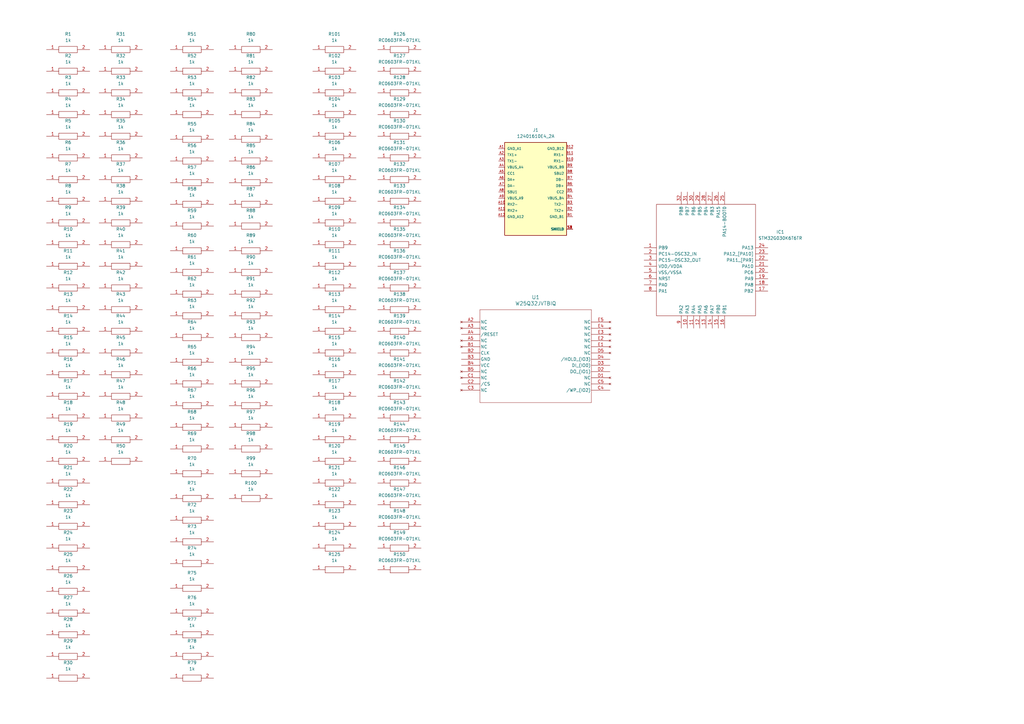
<source format=kicad_sch>
(kicad_sch (version 20230121) (generator eeschema)
  (paper "A3")
  (title_block (title "Lithium Test Bords") (date "2023-06-13") (rev "00.00") (company "Nidec Control Techniques"))
  (symbol (lib_id "SamacSys_Parts:RC0201FR-071KL") (at 19.05 207.01 0) (unit 1)
    (property "Reference" "R22" (at 27.94 200.66 0))
    (property "Value" "1k" (at 27.94 203.2 0))
    (property "Footprint" "RESC0603X26N" (effects hide))
    (property "Datasheet" "https://componentsearchengine.com/Datasheets/2/RC0201FR-071KL.pdf" (effects hide))
    (property "Description" "YAGEO - RC0201FR-071KL - SMD Chip Resistor, 1 kohm, +/- 1%, 50 mW, 0201 [0603 Metric], Thick Film, General Purpose" (effects hide))
    (property "Height" "0.26" (effects hide))
    (property "Mouser Part Number" "603-RC0201FR-071KL" (effects hide))
    (property "Mouser Price/Stock" "https://www.mouser.co.uk/ProductDetail/YAGEO/RC0201FR-071KL?qs=FLc6udek5PTmPyT6HHV8wg%3D%3D" (effects hide))
    (property "Manufacturer_Name" "YAGEO" (effects hide))
    (property "Manufacturer_Part_Number" "RC0201FR-071KL" (effects hide))
  )
  (symbol (lib_id "SamacSys_Parts:RC0603FR-071KL") (at 154.94 29.21 0) (unit 1)
    (property "Reference" "R127" (at 163.83 22.86 0))
    (property "Value" "RC0603FR-071KL" (at 163.83 25.4 0))
    (property "Footprint" "RESC1608X55N" (effects hide))
    (property "Datasheet" "https://www.yageo.com/upload/media/product/productsearch/datasheet/rchip/PYu-RC_Group_51_RoHS_L_12.pdf" (effects hide))
    (property "Description" "Res Thick Film 0603 1K Ohm 1% 0.1W(1/10W) +/-100ppm/C Epoxy Pad SMD T/R" (effects hide))
    (property "Height" "0.55" (effects hide))
    (property "Mouser Part Number" "603-RC0603FR-071KL" (effects hide))
    (property "Mouser Price/Stock" "https://www.mouser.co.uk/ProductDetail/YAGEO/RC0603FR-071KL?qs=VU8sRB4EgwApHsk4rF%2F3zg%3D%3D" (effects hide))
    (property "Manufacturer_Name" "YAGEO" (effects hide))
    (property "Manufacturer_Part_Number" "RC0603FR-071KL" (effects hide))
  )
  (symbol (lib_id "SamacSys_Parts:ERJ-U0XF1001Y") (at 69.85 166.37 0) (unit 1)
    (property "Reference" "R67" (at 78.74 160.02 0))
    (property "Value" "1k" (at 78.74 162.56 0))
    (property "Footprint" "RESC0402X15N" (effects hide))
    (property "Description" "Thick Film Resistors - SMD 01005 1KOhm 1% Anti-Sulf" (effects hide))
    (property "Height" "0.15" (effects hide))
    (property "Mouser Part Number" "667-ERJ-U0XF1001Y" (effects hide))
    (property "Mouser Price/Stock" "https://www.mouser.co.uk/ProductDetail/Panasonic/ERJ-U0XF1001Y?qs=7MVldsJ5UawWVI%2FxHOe5og%3D%3D" (effects hide))
    (property "Manufacturer_Name" "Panasonic" (effects hide))
    (property "Manufacturer_Part_Number" "ERJ-U0XF1001Y" (effects hide))
  )
  (symbol (lib_id "2023-06-20_12-51-46:W25Q32JVTBIQ") (at 189.23 132.08 0) (unit 1)
    (property "Reference" "U1" (at 219.71 121.92 0) (effects (font (size 1.524 1.524))))
    (property "Value" "W25Q32JVTBIQ" (at 219.71 124.46 0) (effects (font (size 1.524 1.524))))
    (property "Footprint" "BGA_JVTBIQ_WIN" (effects hide))
    (property "Datasheet" "W25Q32JVTBIQ" (effects hide))
  )
  (symbol (lib_id "SamacSys_Parts:RC0603FR-071KL") (at 154.94 224.79 0) (unit 1)
    (property "Reference" "R149" (at 163.83 218.44 0))
    (property "Value" "RC0603FR-071KL" (at 163.83 220.98 0))
    (property "Footprint" "RESC1608X55N" (effects hide))
    (property "Datasheet" "https://www.yageo.com/upload/media/product/productsearch/datasheet/rchip/PYu-RC_Group_51_RoHS_L_12.pdf" (effects hide))
    (property "Description" "Res Thick Film 0603 1K Ohm 1% 0.1W(1/10W) +/-100ppm/C Epoxy Pad SMD T/R" (effects hide))
    (property "Height" "0.55" (effects hide))
    (property "Mouser Part Number" "603-RC0603FR-071KL" (effects hide))
    (property "Mouser Price/Stock" "https://www.mouser.co.uk/ProductDetail/YAGEO/RC0603FR-071KL?qs=VU8sRB4EgwApHsk4rF%2F3zg%3D%3D" (effects hide))
    (property "Manufacturer_Name" "YAGEO" (effects hide))
    (property "Manufacturer_Part_Number" "RC0603FR-071KL" (effects hide))
  )
  (symbol (lib_id "SamacSys_Parts:ERJ-U0XF1001Y") (at 69.85 102.87 0) (unit 1)
    (property "Reference" "R60" (at 78.74 96.52 0))
    (property "Value" "1k" (at 78.74 99.06 0))
    (property "Footprint" "RESC0402X15N" (effects hide))
    (property "Description" "Thick Film Resistors - SMD 01005 1KOhm 1% Anti-Sulf" (effects hide))
    (property "Height" "0.15" (effects hide))
    (property "Mouser Part Number" "667-ERJ-U0XF1001Y" (effects hide))
    (property "Mouser Price/Stock" "https://www.mouser.co.uk/ProductDetail/Panasonic/ERJ-U0XF1001Y?qs=7MVldsJ5UawWVI%2FxHOe5og%3D%3D" (effects hide))
    (property "Manufacturer_Name" "Panasonic" (effects hide))
    (property "Manufacturer_Part_Number" "ERJ-U0XF1001Y" (effects hide))
  )
  (symbol (lib_id "SamacSys_Parts:RC0201FR-071KL") (at 19.05 38.1 0) (unit 1)
    (property "Reference" "R3" (at 27.94 31.75 0))
    (property "Value" "1k" (at 27.94 34.29 0))
    (property "Footprint" "RESC0603X26N" (effects hide))
    (property "Datasheet" "https://componentsearchengine.com/Datasheets/2/RC0201FR-071KL.pdf" (effects hide))
    (property "Description" "YAGEO - RC0201FR-071KL - SMD Chip Resistor, 1 kohm, +/- 1%, 50 mW, 0201 [0603 Metric], Thick Film, General Purpose" (effects hide))
    (property "Height" "0.26" (effects hide))
    (property "Mouser Part Number" "603-RC0201FR-071KL" (effects hide))
    (property "Mouser Price/Stock" "https://www.mouser.co.uk/ProductDetail/YAGEO/RC0201FR-071KL?qs=FLc6udek5PTmPyT6HHV8wg%3D%3D" (effects hide))
    (property "Manufacturer_Name" "YAGEO" (effects hide))
    (property "Manufacturer_Part_Number" "RC0201FR-071KL" (effects hide))
  )
  (symbol (lib_id "SamacSys_Parts:RC0201FR-071KL") (at 19.05 127 0) (unit 1)
    (property "Reference" "R13" (at 27.94 120.65 0))
    (property "Value" "1k" (at 27.94 123.19 0))
    (property "Footprint" "RESC0603X26N" (effects hide))
    (property "Datasheet" "https://componentsearchengine.com/Datasheets/2/RC0201FR-071KL.pdf" (effects hide))
    (property "Description" "YAGEO - RC0201FR-071KL - SMD Chip Resistor, 1 kohm, +/- 1%, 50 mW, 0201 [0603 Metric], Thick Film, General Purpose" (effects hide))
    (property "Height" "0.26" (effects hide))
    (property "Mouser Part Number" "603-RC0201FR-071KL" (effects hide))
    (property "Mouser Price/Stock" "https://www.mouser.co.uk/ProductDetail/YAGEO/RC0201FR-071KL?qs=FLc6udek5PTmPyT6HHV8wg%3D%3D" (effects hide))
    (property "Manufacturer_Name" "YAGEO" (effects hide))
    (property "Manufacturer_Part_Number" "RC0201FR-071KL" (effects hide))
  )
  (symbol (lib_id "SamacSys_Parts:RC0402FR-071KL") (at 128.27 64.77 0) (unit 1)
    (property "Reference" "R106" (at 137.16 58.42 0))
    (property "Value" "1k" (at 137.16 60.96 0))
    (property "Footprint" "RESC1005X40N" (effects hide))
    (property "Datasheet" "https://componentsearchengine.com/Datasheets/2/RC0402FR-071KL.pdf" (effects hide))
    (property "Description" "YAGEO - RC0402FR-071KL - Surface Mount Chip Resistor, Thick Film, RC Series, 1 kohm, 62.5 mW, 1%, 50 V, 0402 [1005 Metric] RoHS Compliant: Yes" (effects hide))
    (property "Height" "0.4" (effects hide))
    (property "Mouser Part Number" "603-RC0402FR-071KL" (effects hide))
    (property "Mouser Price/Stock" "https://www.mouser.co.uk/ProductDetail/YAGEO/RC0402FR-071KL?qs=V1yeUXFNrknDEmWLmm5v6g%3D%3D" (effects hide))
    (property "Manufacturer_Name" "YAGEO" (effects hide))
    (property "Manufacturer_Part_Number" "RC0402FR-071KL" (effects hide))
  )
  (symbol (lib_id "SamacSys_Parts:RC0402FR-071KL") (at 128.27 91.44 0) (unit 1)
    (property "Reference" "R109" (at 137.16 85.09 0))
    (property "Value" "1k" (at 137.16 87.63 0))
    (property "Footprint" "RESC1005X40N" (effects hide))
    (property "Datasheet" "https://componentsearchengine.com/Datasheets/2/RC0402FR-071KL.pdf" (effects hide))
    (property "Description" "YAGEO - RC0402FR-071KL - Surface Mount Chip Resistor, Thick Film, RC Series, 1 kohm, 62.5 mW, 1%, 50 V, 0402 [1005 Metric] RoHS Compliant: Yes" (effects hide))
    (property "Height" "0.4" (effects hide))
    (property "Mouser Part Number" "603-RC0402FR-071KL" (effects hide))
    (property "Mouser Price/Stock" "https://www.mouser.co.uk/ProductDetail/YAGEO/RC0402FR-071KL?qs=V1yeUXFNrknDEmWLmm5v6g%3D%3D" (effects hide))
    (property "Manufacturer_Name" "YAGEO" (effects hide))
    (property "Manufacturer_Part_Number" "RC0402FR-071KL" (effects hide))
  )
  (symbol (lib_id "SamacSys_Parts:RC0201FR-071KL") (at 19.05 198.12 0) (unit 1)
    (property "Reference" "R21" (at 27.94 191.77 0))
    (property "Value" "1k" (at 27.94 194.31 0))
    (property "Footprint" "RESC0603X26N" (effects hide))
    (property "Datasheet" "https://componentsearchengine.com/Datasheets/2/RC0201FR-071KL.pdf" (effects hide))
    (property "Description" "YAGEO - RC0201FR-071KL - SMD Chip Resistor, 1 kohm, +/- 1%, 50 mW, 0201 [0603 Metric], Thick Film, General Purpose" (effects hide))
    (property "Height" "0.26" (effects hide))
    (property "Mouser Part Number" "603-RC0201FR-071KL" (effects hide))
    (property "Mouser Price/Stock" "https://www.mouser.co.uk/ProductDetail/YAGEO/RC0201FR-071KL?qs=FLc6udek5PTmPyT6HHV8wg%3D%3D" (effects hide))
    (property "Manufacturer_Name" "YAGEO" (effects hide))
    (property "Manufacturer_Part_Number" "RC0201FR-071KL" (effects hide))
  )
  (symbol (lib_id "SamacSys_Parts:ERJ-U0XF1001Y") (at 93.98 57.15 0) (unit 1)
    (property "Reference" "R84" (at 102.87 50.8 0))
    (property "Value" "1k" (at 102.87 53.34 0))
    (property "Footprint" "RESC0402X15N" (effects hide))
    (property "Description" "Thick Film Resistors - SMD 01005 1KOhm 1% Anti-Sulf" (effects hide))
    (property "Height" "0.15" (effects hide))
    (property "Mouser Part Number" "667-ERJ-U0XF1001Y" (effects hide))
    (property "Mouser Price/Stock" "https://www.mouser.co.uk/ProductDetail/Panasonic/ERJ-U0XF1001Y?qs=7MVldsJ5UawWVI%2FxHOe5og%3D%3D" (effects hide))
    (property "Manufacturer_Name" "Panasonic" (effects hide))
    (property "Manufacturer_Part_Number" "ERJ-U0XF1001Y" (effects hide))
  )
  (symbol (lib_id "SamacSys_Parts:RC0603FR-071KL") (at 154.94 189.23 0) (unit 1)
    (property "Reference" "R145" (at 163.83 182.88 0))
    (property "Value" "RC0603FR-071KL" (at 163.83 185.42 0))
    (property "Footprint" "RESC1608X55N" (effects hide))
    (property "Datasheet" "https://www.yageo.com/upload/media/product/productsearch/datasheet/rchip/PYu-RC_Group_51_RoHS_L_12.pdf" (effects hide))
    (property "Description" "Res Thick Film 0603 1K Ohm 1% 0.1W(1/10W) +/-100ppm/C Epoxy Pad SMD T/R" (effects hide))
    (property "Height" "0.55" (effects hide))
    (property "Mouser Part Number" "603-RC0603FR-071KL" (effects hide))
    (property "Mouser Price/Stock" "https://www.mouser.co.uk/ProductDetail/YAGEO/RC0603FR-071KL?qs=VU8sRB4EgwApHsk4rF%2F3zg%3D%3D" (effects hide))
    (property "Manufacturer_Name" "YAGEO" (effects hide))
    (property "Manufacturer_Part_Number" "RC0603FR-071KL" (effects hide))
  )
  (symbol (lib_id "SamacSys_Parts:RC0402FR-071KL") (at 128.27 109.22 0) (unit 1)
    (property "Reference" "R111" (at 137.16 102.87 0))
    (property "Value" "1k" (at 137.16 105.41 0))
    (property "Footprint" "RESC1005X40N" (effects hide))
    (property "Datasheet" "https://componentsearchengine.com/Datasheets/2/RC0402FR-071KL.pdf" (effects hide))
    (property "Description" "YAGEO - RC0402FR-071KL - Surface Mount Chip Resistor, Thick Film, RC Series, 1 kohm, 62.5 mW, 1%, 50 V, 0402 [1005 Metric] RoHS Compliant: Yes" (effects hide))
    (property "Height" "0.4" (effects hide))
    (property "Mouser Part Number" "603-RC0402FR-071KL" (effects hide))
    (property "Mouser Price/Stock" "https://www.mouser.co.uk/ProductDetail/YAGEO/RC0402FR-071KL?qs=V1yeUXFNrknDEmWLmm5v6g%3D%3D" (effects hide))
    (property "Manufacturer_Name" "YAGEO" (effects hide))
    (property "Manufacturer_Part_Number" "RC0402FR-071KL" (effects hide))
  )
  (symbol (lib_id "SamacSys_Parts:RC0402FR-071KL") (at 128.27 144.78 0) (unit 1)
    (property "Reference" "R115" (at 137.16 138.43 0))
    (property "Value" "1k" (at 137.16 140.97 0))
    (property "Footprint" "RESC1005X40N" (effects hide))
    (property "Datasheet" "https://componentsearchengine.com/Datasheets/2/RC0402FR-071KL.pdf" (effects hide))
    (property "Description" "YAGEO - RC0402FR-071KL - Surface Mount Chip Resistor, Thick Film, RC Series, 1 kohm, 62.5 mW, 1%, 50 V, 0402 [1005 Metric] RoHS Compliant: Yes" (effects hide))
    (property "Height" "0.4" (effects hide))
    (property "Mouser Part Number" "603-RC0402FR-071KL" (effects hide))
    (property "Mouser Price/Stock" "https://www.mouser.co.uk/ProductDetail/YAGEO/RC0402FR-071KL?qs=V1yeUXFNrknDEmWLmm5v6g%3D%3D" (effects hide))
    (property "Manufacturer_Name" "YAGEO" (effects hide))
    (property "Manufacturer_Part_Number" "RC0402FR-071KL" (effects hide))
  )
  (symbol (lib_id "SamacSys_Parts:RC0201FR-071KL") (at 40.64 46.99 0) (unit 1)
    (property "Reference" "R34" (at 49.53 40.64 0))
    (property "Value" "1k" (at 49.53 43.18 0))
    (property "Footprint" "RESC0603X26N" (effects hide))
    (property "Datasheet" "https://componentsearchengine.com/Datasheets/2/RC0201FR-071KL.pdf" (effects hide))
    (property "Description" "YAGEO - RC0201FR-071KL - SMD Chip Resistor, 1 kohm, +/- 1%, 50 mW, 0201 [0603 Metric], Thick Film, General Purpose" (effects hide))
    (property "Height" "0.26" (effects hide))
    (property "Mouser Part Number" "603-RC0201FR-071KL" (effects hide))
    (property "Mouser Price/Stock" "https://www.mouser.co.uk/ProductDetail/YAGEO/RC0201FR-071KL?qs=FLc6udek5PTmPyT6HHV8wg%3D%3D" (effects hide))
    (property "Manufacturer_Name" "YAGEO" (effects hide))
    (property "Manufacturer_Part_Number" "RC0201FR-071KL" (effects hide))
  )
  (symbol (lib_id "SamacSys_Parts:RC0603FR-071KL") (at 154.94 109.22 0) (unit 1)
    (property "Reference" "R136" (at 163.83 102.87 0))
    (property "Value" "RC0603FR-071KL" (at 163.83 105.41 0))
    (property "Footprint" "RESC1608X55N" (effects hide))
    (property "Datasheet" "https://www.yageo.com/upload/media/product/productsearch/datasheet/rchip/PYu-RC_Group_51_RoHS_L_12.pdf" (effects hide))
    (property "Description" "Res Thick Film 0603 1K Ohm 1% 0.1W(1/10W) +/-100ppm/C Epoxy Pad SMD T/R" (effects hide))
    (property "Height" "0.55" (effects hide))
    (property "Mouser Part Number" "603-RC0603FR-071KL" (effects hide))
    (property "Mouser Price/Stock" "https://www.mouser.co.uk/ProductDetail/YAGEO/RC0603FR-071KL?qs=VU8sRB4EgwApHsk4rF%2F3zg%3D%3D" (effects hide))
    (property "Manufacturer_Name" "YAGEO" (effects hide))
    (property "Manufacturer_Part_Number" "RC0603FR-071KL" (effects hide))
  )
  (symbol (lib_id "SamacSys_Parts:ERJ-U0XF1001Y") (at 69.85 20.32 0) (unit 1)
    (property "Reference" "R51" (at 78.74 13.97 0))
    (property "Value" "1k" (at 78.74 16.51 0))
    (property "Footprint" "RESC0402X15N" (effects hide))
    (property "Description" "Thick Film Resistors - SMD 01005 1KOhm 1% Anti-Sulf" (effects hide))
    (property "Height" "0.15" (effects hide))
    (property "Mouser Part Number" "667-ERJ-U0XF1001Y" (effects hide))
    (property "Mouser Price/Stock" "https://www.mouser.co.uk/ProductDetail/Panasonic/ERJ-U0XF1001Y?qs=7MVldsJ5UawWVI%2FxHOe5og%3D%3D" (effects hide))
    (property "Manufacturer_Name" "Panasonic" (effects hide))
    (property "Manufacturer_Part_Number" "ERJ-U0XF1001Y" (effects hide))
  )
  (symbol (lib_id "SamacSys_Parts:RC0201FR-071KL") (at 40.64 153.67 0) (unit 1)
    (property "Reference" "R46" (at 49.53 147.32 0))
    (property "Value" "1k" (at 49.53 149.86 0))
    (property "Footprint" "RESC0603X26N" (effects hide))
    (property "Datasheet" "https://componentsearchengine.com/Datasheets/2/RC0201FR-071KL.pdf" (effects hide))
    (property "Description" "YAGEO - RC0201FR-071KL - SMD Chip Resistor, 1 kohm, +/- 1%, 50 mW, 0201 [0603 Metric], Thick Film, General Purpose" (effects hide))
    (property "Height" "0.26" (effects hide))
    (property "Mouser Part Number" "603-RC0201FR-071KL" (effects hide))
    (property "Mouser Price/Stock" "https://www.mouser.co.uk/ProductDetail/YAGEO/RC0201FR-071KL?qs=FLc6udek5PTmPyT6HHV8wg%3D%3D" (effects hide))
    (property "Manufacturer_Name" "YAGEO" (effects hide))
    (property "Manufacturer_Part_Number" "RC0201FR-071KL" (effects hide))
  )
  (symbol (lib_id "SamacSys_Parts:RC0201FR-071KL") (at 19.05 118.11 0) (unit 1)
    (property "Reference" "R12" (at 27.94 111.76 0))
    (property "Value" "1k" (at 27.94 114.3 0))
    (property "Footprint" "RESC0603X26N" (effects hide))
    (property "Datasheet" "https://componentsearchengine.com/Datasheets/2/RC0201FR-071KL.pdf" (effects hide))
    (property "Description" "YAGEO - RC0201FR-071KL - SMD Chip Resistor, 1 kohm, +/- 1%, 50 mW, 0201 [0603 Metric], Thick Film, General Purpose" (effects hide))
    (property "Height" "0.26" (effects hide))
    (property "Mouser Part Number" "603-RC0201FR-071KL" (effects hide))
    (property "Mouser Price/Stock" "https://www.mouser.co.uk/ProductDetail/YAGEO/RC0201FR-071KL?qs=FLc6udek5PTmPyT6HHV8wg%3D%3D" (effects hide))
    (property "Manufacturer_Name" "YAGEO" (effects hide))
    (property "Manufacturer_Part_Number" "RC0201FR-071KL" (effects hide))
  )
  (symbol (lib_id "SamacSys_Parts:RC0201FR-071KL") (at 40.64 109.22 0) (unit 1)
    (property "Reference" "R41" (at 49.53 102.87 0))
    (property "Value" "1k" (at 49.53 105.41 0))
    (property "Footprint" "RESC0603X26N" (effects hide))
    (property "Datasheet" "https://componentsearchengine.com/Datasheets/2/RC0201FR-071KL.pdf" (effects hide))
    (property "Description" "YAGEO - RC0201FR-071KL - SMD Chip Resistor, 1 kohm, +/- 1%, 50 mW, 0201 [0603 Metric], Thick Film, General Purpose" (effects hide))
    (property "Height" "0.26" (effects hide))
    (property "Mouser Part Number" "603-RC0201FR-071KL" (effects hide))
    (property "Mouser Price/Stock" "https://www.mouser.co.uk/ProductDetail/YAGEO/RC0201FR-071KL?qs=FLc6udek5PTmPyT6HHV8wg%3D%3D" (effects hide))
    (property "Manufacturer_Name" "YAGEO" (effects hide))
    (property "Manufacturer_Part_Number" "RC0201FR-071KL" (effects hide))
  )
  (symbol (lib_id "SamacSys_Parts:RC0603FR-071KL") (at 154.94 215.9 0) (unit 1)
    (property "Reference" "R148" (at 163.83 209.55 0))
    (property "Value" "RC0603FR-071KL" (at 163.83 212.09 0))
    (property "Footprint" "RESC1608X55N" (effects hide))
    (property "Datasheet" "https://www.yageo.com/upload/media/product/productsearch/datasheet/rchip/PYu-RC_Group_51_RoHS_L_12.pdf" (effects hide))
    (property "Description" "Res Thick Film 0603 1K Ohm 1% 0.1W(1/10W) +/-100ppm/C Epoxy Pad SMD T/R" (effects hide))
    (property "Height" "0.55" (effects hide))
    (property "Mouser Part Number" "603-RC0603FR-071KL" (effects hide))
    (property "Mouser Price/Stock" "https://www.mouser.co.uk/ProductDetail/YAGEO/RC0603FR-071KL?qs=VU8sRB4EgwApHsk4rF%2F3zg%3D%3D" (effects hide))
    (property "Manufacturer_Name" "YAGEO" (effects hide))
    (property "Manufacturer_Part_Number" "RC0603FR-071KL" (effects hide))
  )
  (symbol (lib_id "SamacSys_Parts:RC0201FR-071KL") (at 40.64 180.34 0) (unit 1)
    (property "Reference" "R49" (at 49.53 173.99 0))
    (property "Value" "1k" (at 49.53 176.53 0))
    (property "Footprint" "RESC0603X26N" (effects hide))
    (property "Datasheet" "https://componentsearchengine.com/Datasheets/2/RC0201FR-071KL.pdf" (effects hide))
    (property "Description" "YAGEO - RC0201FR-071KL - SMD Chip Resistor, 1 kohm, +/- 1%, 50 mW, 0201 [0603 Metric], Thick Film, General Purpose" (effects hide))
    (property "Height" "0.26" (effects hide))
    (property "Mouser Part Number" "603-RC0201FR-071KL" (effects hide))
    (property "Mouser Price/Stock" "https://www.mouser.co.uk/ProductDetail/YAGEO/RC0201FR-071KL?qs=FLc6udek5PTmPyT6HHV8wg%3D%3D" (effects hide))
    (property "Manufacturer_Name" "YAGEO" (effects hide))
    (property "Manufacturer_Part_Number" "RC0201FR-071KL" (effects hide))
  )
  (symbol (lib_id "SamacSys_Parts:RC0201FR-071KL") (at 19.05 91.44 0) (unit 1)
    (property "Reference" "R9" (at 27.94 85.09 0))
    (property "Value" "1k" (at 27.94 87.63 0))
    (property "Footprint" "RESC0603X26N" (effects hide))
    (property "Datasheet" "https://componentsearchengine.com/Datasheets/2/RC0201FR-071KL.pdf" (effects hide))
    (property "Description" "YAGEO - RC0201FR-071KL - SMD Chip Resistor, 1 kohm, +/- 1%, 50 mW, 0201 [0603 Metric], Thick Film, General Purpose" (effects hide))
    (property "Height" "0.26" (effects hide))
    (property "Mouser Part Number" "603-RC0201FR-071KL" (effects hide))
    (property "Mouser Price/Stock" "https://www.mouser.co.uk/ProductDetail/YAGEO/RC0201FR-071KL?qs=FLc6udek5PTmPyT6HHV8wg%3D%3D" (effects hide))
    (property "Manufacturer_Name" "YAGEO" (effects hide))
    (property "Manufacturer_Part_Number" "RC0201FR-071KL" (effects hide))
  )
  (symbol (lib_id "SamacSys_Parts:ERJ-U0XF1001Y") (at 69.85 66.04 0) (unit 1)
    (property "Reference" "R56" (at 78.74 59.69 0))
    (property "Value" "1k" (at 78.74 62.23 0))
    (property "Footprint" "RESC0402X15N" (effects hide))
    (property "Description" "Thick Film Resistors - SMD 01005 1KOhm 1% Anti-Sulf" (effects hide))
    (property "Height" "0.15" (effects hide))
    (property "Mouser Part Number" "667-ERJ-U0XF1001Y" (effects hide))
    (property "Mouser Price/Stock" "https://www.mouser.co.uk/ProductDetail/Panasonic/ERJ-U0XF1001Y?qs=7MVldsJ5UawWVI%2FxHOe5og%3D%3D" (effects hide))
    (property "Manufacturer_Name" "Panasonic" (effects hide))
    (property "Manufacturer_Part_Number" "ERJ-U0XF1001Y" (effects hide))
  )
  (symbol (lib_id "SamacSys_Parts:ERJ-U0XF1001Y") (at 93.98 166.37 0) (unit 1)
    (property "Reference" "R96" (at 102.87 160.02 0))
    (property "Value" "1k" (at 102.87 162.56 0))
    (property "Footprint" "RESC0402X15N" (effects hide))
    (property "Description" "Thick Film Resistors - SMD 01005 1KOhm 1% Anti-Sulf" (effects hide))
    (property "Height" "0.15" (effects hide))
    (property "Mouser Part Number" "667-ERJ-U0XF1001Y" (effects hide))
    (property "Mouser Price/Stock" "https://www.mouser.co.uk/ProductDetail/Panasonic/ERJ-U0XF1001Y?qs=7MVldsJ5UawWVI%2FxHOe5og%3D%3D" (effects hide))
    (property "Manufacturer_Name" "Panasonic" (effects hide))
    (property "Manufacturer_Part_Number" "ERJ-U0XF1001Y" (effects hide))
  )
  (symbol (lib_id "SamacSys_Parts:RC0201FR-071KL") (at 19.05 144.78 0) (unit 1)
    (property "Reference" "R15" (at 27.94 138.43 0))
    (property "Value" "1k" (at 27.94 140.97 0))
    (property "Footprint" "RESC0603X26N" (effects hide))
    (property "Datasheet" "https://componentsearchengine.com/Datasheets/2/RC0201FR-071KL.pdf" (effects hide))
    (property "Description" "YAGEO - RC0201FR-071KL - SMD Chip Resistor, 1 kohm, +/- 1%, 50 mW, 0201 [0603 Metric], Thick Film, General Purpose" (effects hide))
    (property "Height" "0.26" (effects hide))
    (property "Mouser Part Number" "603-RC0201FR-071KL" (effects hide))
    (property "Mouser Price/Stock" "https://www.mouser.co.uk/ProductDetail/YAGEO/RC0201FR-071KL?qs=FLc6udek5PTmPyT6HHV8wg%3D%3D" (effects hide))
    (property "Manufacturer_Name" "YAGEO" (effects hide))
    (property "Manufacturer_Part_Number" "RC0201FR-071KL" (effects hide))
  )
  (symbol (lib_id "SamacSys_Parts:RC0201FR-071KL") (at 40.64 100.33 0) (unit 1)
    (property "Reference" "R40" (at 49.53 93.98 0))
    (property "Value" "1k" (at 49.53 96.52 0))
    (property "Footprint" "RESC0603X26N" (effects hide))
    (property "Datasheet" "https://componentsearchengine.com/Datasheets/2/RC0201FR-071KL.pdf" (effects hide))
    (property "Description" "YAGEO - RC0201FR-071KL - SMD Chip Resistor, 1 kohm, +/- 1%, 50 mW, 0201 [0603 Metric], Thick Film, General Purpose" (effects hide))
    (property "Height" "0.26" (effects hide))
    (property "Mouser Part Number" "603-RC0201FR-071KL" (effects hide))
    (property "Mouser Price/Stock" "https://www.mouser.co.uk/ProductDetail/YAGEO/RC0201FR-071KL?qs=FLc6udek5PTmPyT6HHV8wg%3D%3D" (effects hide))
    (property "Manufacturer_Name" "YAGEO" (effects hide))
    (property "Manufacturer_Part_Number" "RC0201FR-071KL" (effects hide))
  )
  (symbol (lib_id "SamacSys_Parts:RC0603FR-071KL") (at 154.94 127 0) (unit 1)
    (property "Reference" "R138" (at 163.83 120.65 0))
    (property "Value" "RC0603FR-071KL" (at 163.83 123.19 0))
    (property "Footprint" "RESC1608X55N" (effects hide))
    (property "Datasheet" "https://www.yageo.com/upload/media/product/productsearch/datasheet/rchip/PYu-RC_Group_51_RoHS_L_12.pdf" (effects hide))
    (property "Description" "Res Thick Film 0603 1K Ohm 1% 0.1W(1/10W) +/-100ppm/C Epoxy Pad SMD T/R" (effects hide))
    (property "Height" "0.55" (effects hide))
    (property "Mouser Part Number" "603-RC0603FR-071KL" (effects hide))
    (property "Mouser Price/Stock" "https://www.mouser.co.uk/ProductDetail/YAGEO/RC0603FR-071KL?qs=VU8sRB4EgwApHsk4rF%2F3zg%3D%3D" (effects hide))
    (property "Manufacturer_Name" "YAGEO" (effects hide))
    (property "Manufacturer_Part_Number" "RC0603FR-071KL" (effects hide))
  )
  (symbol (lib_id "SamacSys_Parts:ERJ-U0XF1001Y") (at 69.85 111.76 0) (unit 1)
    (property "Reference" "R61" (at 78.74 105.41 0))
    (property "Value" "1k" (at 78.74 107.95 0))
    (property "Footprint" "RESC0402X15N" (effects hide))
    (property "Description" "Thick Film Resistors - SMD 01005 1KOhm 1% Anti-Sulf" (effects hide))
    (property "Height" "0.15" (effects hide))
    (property "Mouser Part Number" "667-ERJ-U0XF1001Y" (effects hide))
    (property "Mouser Price/Stock" "https://www.mouser.co.uk/ProductDetail/Panasonic/ERJ-U0XF1001Y?qs=7MVldsJ5UawWVI%2FxHOe5og%3D%3D" (effects hide))
    (property "Manufacturer_Name" "Panasonic" (effects hide))
    (property "Manufacturer_Part_Number" "ERJ-U0XF1001Y" (effects hide))
  )
  (symbol (lib_id "SamacSys_Parts:RC0603FR-071KL") (at 154.94 198.12 0) (unit 1)
    (property "Reference" "R146" (at 163.83 191.77 0))
    (property "Value" "RC0603FR-071KL" (at 163.83 194.31 0))
    (property "Footprint" "RESC1608X55N" (effects hide))
    (property "Datasheet" "https://www.yageo.com/upload/media/product/productsearch/datasheet/rchip/PYu-RC_Group_51_RoHS_L_12.pdf" (effects hide))
    (property "Description" "Res Thick Film 0603 1K Ohm 1% 0.1W(1/10W) +/-100ppm/C Epoxy Pad SMD T/R" (effects hide))
    (property "Height" "0.55" (effects hide))
    (property "Mouser Part Number" "603-RC0603FR-071KL" (effects hide))
    (property "Mouser Price/Stock" "https://www.mouser.co.uk/ProductDetail/YAGEO/RC0603FR-071KL?qs=VU8sRB4EgwApHsk4rF%2F3zg%3D%3D" (effects hide))
    (property "Manufacturer_Name" "YAGEO" (effects hide))
    (property "Manufacturer_Part_Number" "RC0603FR-071KL" (effects hide))
  )
  (symbol (lib_id "SamacSys_Parts:ERJ-U0XF1001Y") (at 93.98 38.1 0) (unit 1)
    (property "Reference" "R82" (at 102.87 31.75 0))
    (property "Value" "1k" (at 102.87 34.29 0))
    (property "Footprint" "RESC0402X15N" (effects hide))
    (property "Description" "Thick Film Resistors - SMD 01005 1KOhm 1% Anti-Sulf" (effects hide))
    (property "Height" "0.15" (effects hide))
    (property "Mouser Part Number" "667-ERJ-U0XF1001Y" (effects hide))
    (property "Mouser Price/Stock" "https://www.mouser.co.uk/ProductDetail/Panasonic/ERJ-U0XF1001Y?qs=7MVldsJ5UawWVI%2FxHOe5og%3D%3D" (effects hide))
    (property "Manufacturer_Name" "Panasonic" (effects hide))
    (property "Manufacturer_Part_Number" "ERJ-U0XF1001Y" (effects hide))
  )
  (symbol (lib_id "SamacSys_Parts:ERJ-U0XF1001Y") (at 93.98 120.65 0) (unit 1)
    (property "Reference" "R91" (at 102.87 114.3 0))
    (property "Value" "1k" (at 102.87 116.84 0))
    (property "Footprint" "RESC0402X15N" (effects hide))
    (property "Description" "Thick Film Resistors - SMD 01005 1KOhm 1% Anti-Sulf" (effects hide))
    (property "Height" "0.15" (effects hide))
    (property "Mouser Part Number" "667-ERJ-U0XF1001Y" (effects hide))
    (property "Mouser Price/Stock" "https://www.mouser.co.uk/ProductDetail/Panasonic/ERJ-U0XF1001Y?qs=7MVldsJ5UawWVI%2FxHOe5og%3D%3D" (effects hide))
    (property "Manufacturer_Name" "Panasonic" (effects hide))
    (property "Manufacturer_Part_Number" "ERJ-U0XF1001Y" (effects hide))
  )
  (symbol (lib_id "SamacSys_Parts:ERJ-U0XF1001Y") (at 93.98 175.26 0) (unit 1)
    (property "Reference" "R97" (at 102.87 168.91 0))
    (property "Value" "1k" (at 102.87 171.45 0))
    (property "Footprint" "RESC0402X15N" (effects hide))
    (property "Description" "Thick Film Resistors - SMD 01005 1KOhm 1% Anti-Sulf" (effects hide))
    (property "Height" "0.15" (effects hide))
    (property "Mouser Part Number" "667-ERJ-U0XF1001Y" (effects hide))
    (property "Mouser Price/Stock" "https://www.mouser.co.uk/ProductDetail/Panasonic/ERJ-U0XF1001Y?qs=7MVldsJ5UawWVI%2FxHOe5og%3D%3D" (effects hide))
    (property "Manufacturer_Name" "Panasonic" (effects hide))
    (property "Manufacturer_Part_Number" "ERJ-U0XF1001Y" (effects hide))
  )
  (symbol (lib_id "SamacSys_Parts:RC0603FR-071KL") (at 154.94 118.11 0) (unit 1)
    (property "Reference" "R137" (at 163.83 111.76 0))
    (property "Value" "RC0603FR-071KL" (at 163.83 114.3 0))
    (property "Footprint" "RESC1608X55N" (effects hide))
    (property "Datasheet" "https://www.yageo.com/upload/media/product/productsearch/datasheet/rchip/PYu-RC_Group_51_RoHS_L_12.pdf" (effects hide))
    (property "Description" "Res Thick Film 0603 1K Ohm 1% 0.1W(1/10W) +/-100ppm/C Epoxy Pad SMD T/R" (effects hide))
    (property "Height" "0.55" (effects hide))
    (property "Mouser Part Number" "603-RC0603FR-071KL" (effects hide))
    (property "Mouser Price/Stock" "https://www.mouser.co.uk/ProductDetail/YAGEO/RC0603FR-071KL?qs=VU8sRB4EgwApHsk4rF%2F3zg%3D%3D" (effects hide))
    (property "Manufacturer_Name" "YAGEO" (effects hide))
    (property "Manufacturer_Part_Number" "RC0603FR-071KL" (effects hide))
  )
  (symbol (lib_id "SamacSys_Parts:RC0603FR-071KL") (at 154.94 64.77 0) (unit 1)
    (property "Reference" "R131" (at 163.83 58.42 0))
    (property "Value" "RC0603FR-071KL" (at 163.83 60.96 0))
    (property "Footprint" "RESC1608X55N" (effects hide))
    (property "Datasheet" "https://www.yageo.com/upload/media/product/productsearch/datasheet/rchip/PYu-RC_Group_51_RoHS_L_12.pdf" (effects hide))
    (property "Description" "Res Thick Film 0603 1K Ohm 1% 0.1W(1/10W) +/-100ppm/C Epoxy Pad SMD T/R" (effects hide))
    (property "Height" "0.55" (effects hide))
    (property "Mouser Part Number" "603-RC0603FR-071KL" (effects hide))
    (property "Mouser Price/Stock" "https://www.mouser.co.uk/ProductDetail/YAGEO/RC0603FR-071KL?qs=VU8sRB4EgwApHsk4rF%2F3zg%3D%3D" (effects hide))
    (property "Manufacturer_Name" "YAGEO" (effects hide))
    (property "Manufacturer_Part_Number" "RC0603FR-071KL" (effects hide))
  )
  (symbol (lib_id "SamacSys_Parts:RC0201FR-071KL") (at 19.05 73.66 0) (unit 1)
    (property "Reference" "R7" (at 27.94 67.31 0))
    (property "Value" "1k" (at 27.94 69.85 0))
    (property "Footprint" "RESC0603X26N" (effects hide))
    (property "Datasheet" "https://componentsearchengine.com/Datasheets/2/RC0201FR-071KL.pdf" (effects hide))
    (property "Description" "YAGEO - RC0201FR-071KL - SMD Chip Resistor, 1 kohm, +/- 1%, 50 mW, 0201 [0603 Metric], Thick Film, General Purpose" (effects hide))
    (property "Height" "0.26" (effects hide))
    (property "Mouser Part Number" "603-RC0201FR-071KL" (effects hide))
    (property "Mouser Price/Stock" "https://www.mouser.co.uk/ProductDetail/YAGEO/RC0201FR-071KL?qs=FLc6udek5PTmPyT6HHV8wg%3D%3D" (effects hide))
    (property "Manufacturer_Name" "YAGEO" (effects hide))
    (property "Manufacturer_Part_Number" "RC0201FR-071KL" (effects hide))
  )
  (symbol (lib_id "SamacSys_Parts:ERJ-U0XF1001Y") (at 93.98 111.76 0) (unit 1)
    (property "Reference" "R90" (at 102.87 105.41 0))
    (property "Value" "1k" (at 102.87 107.95 0))
    (property "Footprint" "RESC0402X15N" (effects hide))
    (property "Description" "Thick Film Resistors - SMD 01005 1KOhm 1% Anti-Sulf" (effects hide))
    (property "Height" "0.15" (effects hide))
    (property "Mouser Part Number" "667-ERJ-U0XF1001Y" (effects hide))
    (property "Mouser Price/Stock" "https://www.mouser.co.uk/ProductDetail/Panasonic/ERJ-U0XF1001Y?qs=7MVldsJ5UawWVI%2FxHOe5og%3D%3D" (effects hide))
    (property "Manufacturer_Name" "Panasonic" (effects hide))
    (property "Manufacturer_Part_Number" "ERJ-U0XF1001Y" (effects hide))
  )
  (symbol (lib_id "SamacSys_Parts:ERJ-U0XF1001Y") (at 69.85 175.26 0) (unit 1)
    (property "Reference" "R68" (at 78.74 168.91 0))
    (property "Value" "1k" (at 78.74 171.45 0))
    (property "Footprint" "RESC0402X15N" (effects hide))
    (property "Description" "Thick Film Resistors - SMD 01005 1KOhm 1% Anti-Sulf" (effects hide))
    (property "Height" "0.15" (effects hide))
    (property "Mouser Part Number" "667-ERJ-U0XF1001Y" (effects hide))
    (property "Mouser Price/Stock" "https://www.mouser.co.uk/ProductDetail/Panasonic/ERJ-U0XF1001Y?qs=7MVldsJ5UawWVI%2FxHOe5og%3D%3D" (effects hide))
    (property "Manufacturer_Name" "Panasonic" (effects hide))
    (property "Manufacturer_Part_Number" "ERJ-U0XF1001Y" (effects hide))
  )
  (symbol (lib_id "SamacSys_Parts:RC0603FR-071KL") (at 154.94 162.56 0) (unit 1)
    (property "Reference" "R142" (at 163.83 156.21 0))
    (property "Value" "RC0603FR-071KL" (at 163.83 158.75 0))
    (property "Footprint" "RESC1608X55N" (effects hide))
    (property "Datasheet" "https://www.yageo.com/upload/media/product/productsearch/datasheet/rchip/PYu-RC_Group_51_RoHS_L_12.pdf" (effects hide))
    (property "Description" "Res Thick Film 0603 1K Ohm 1% 0.1W(1/10W) +/-100ppm/C Epoxy Pad SMD T/R" (effects hide))
    (property "Height" "0.55" (effects hide))
    (property "Mouser Part Number" "603-RC0603FR-071KL" (effects hide))
    (property "Mouser Price/Stock" "https://www.mouser.co.uk/ProductDetail/YAGEO/RC0603FR-071KL?qs=VU8sRB4EgwApHsk4rF%2F3zg%3D%3D" (effects hide))
    (property "Manufacturer_Name" "YAGEO" (effects hide))
    (property "Manufacturer_Part_Number" "RC0603FR-071KL" (effects hide))
  )
  (symbol (lib_id "SamacSys_Parts:ERJ-U0XF1001Y") (at 93.98 66.04 0) (unit 1)
    (property "Reference" "R85" (at 102.87 59.69 0))
    (property "Value" "1k" (at 102.87 62.23 0))
    (property "Footprint" "RESC0402X15N" (effects hide))
    (property "Description" "Thick Film Resistors - SMD 01005 1KOhm 1% Anti-Sulf" (effects hide))
    (property "Height" "0.15" (effects hide))
    (property "Mouser Part Number" "667-ERJ-U0XF1001Y" (effects hide))
    (property "Mouser Price/Stock" "https://www.mouser.co.uk/ProductDetail/Panasonic/ERJ-U0XF1001Y?qs=7MVldsJ5UawWVI%2FxHOe5og%3D%3D" (effects hide))
    (property "Manufacturer_Name" "Panasonic" (effects hide))
    (property "Manufacturer_Part_Number" "ERJ-U0XF1001Y" (effects hide))
  )
  (symbol (lib_id "SamacSys_Parts:RC0201FR-071KL") (at 19.05 46.99 0) (unit 1)
    (property "Reference" "R4" (at 27.94 40.64 0))
    (property "Value" "1k" (at 27.94 43.18 0))
    (property "Footprint" "RESC0603X26N" (effects hide))
    (property "Datasheet" "https://componentsearchengine.com/Datasheets/2/RC0201FR-071KL.pdf" (effects hide))
    (property "Description" "YAGEO - RC0201FR-071KL - SMD Chip Resistor, 1 kohm, +/- 1%, 50 mW, 0201 [0603 Metric], Thick Film, General Purpose" (effects hide))
    (property "Height" "0.26" (effects hide))
    (property "Mouser Part Number" "603-RC0201FR-071KL" (effects hide))
    (property "Mouser Price/Stock" "https://www.mouser.co.uk/ProductDetail/YAGEO/RC0201FR-071KL?qs=FLc6udek5PTmPyT6HHV8wg%3D%3D" (effects hide))
    (property "Manufacturer_Name" "YAGEO" (effects hide))
    (property "Manufacturer_Part_Number" "RC0201FR-071KL" (effects hide))
  )
  (symbol (lib_id "SamacSys_Parts:RC0201FR-071KL") (at 19.05 64.77 0) (unit 1)
    (property "Reference" "R6" (at 27.94 58.42 0))
    (property "Value" "1k" (at 27.94 60.96 0))
    (property "Footprint" "RESC0603X26N" (effects hide))
    (property "Datasheet" "https://componentsearchengine.com/Datasheets/2/RC0201FR-071KL.pdf" (effects hide))
    (property "Description" "YAGEO - RC0201FR-071KL - SMD Chip Resistor, 1 kohm, +/- 1%, 50 mW, 0201 [0603 Metric], Thick Film, General Purpose" (effects hide))
    (property "Height" "0.26" (effects hide))
    (property "Mouser Part Number" "603-RC0201FR-071KL" (effects hide))
    (property "Mouser Price/Stock" "https://www.mouser.co.uk/ProductDetail/YAGEO/RC0201FR-071KL?qs=FLc6udek5PTmPyT6HHV8wg%3D%3D" (effects hide))
    (property "Manufacturer_Name" "YAGEO" (effects hide))
    (property "Manufacturer_Part_Number" "RC0201FR-071KL" (effects hide))
  )
  (symbol (lib_id "SamacSys_Parts:ERJ-U0XF1001Y") (at 93.98 204.47 0) (unit 1)
    (property "Reference" "R100" (at 102.87 198.12 0))
    (property "Value" "1k" (at 102.87 200.66 0))
    (property "Footprint" "RESC0402X15N" (effects hide))
    (property "Description" "Thick Film Resistors - SMD 01005 1KOhm 1% Anti-Sulf" (effects hide))
    (property "Height" "0.15" (effects hide))
    (property "Mouser Part Number" "667-ERJ-U0XF1001Y" (effects hide))
    (property "Mouser Price/Stock" "https://www.mouser.co.uk/ProductDetail/Panasonic/ERJ-U0XF1001Y?qs=7MVldsJ5UawWVI%2FxHOe5og%3D%3D" (effects hide))
    (property "Manufacturer_Name" "Panasonic" (effects hide))
    (property "Manufacturer_Part_Number" "ERJ-U0XF1001Y" (effects hide))
  )
  (symbol (lib_id "SamacSys_Parts:RC0402FR-071KL") (at 128.27 127 0) (unit 1)
    (property "Reference" "R113" (at 137.16 120.65 0))
    (property "Value" "1k" (at 137.16 123.19 0))
    (property "Footprint" "RESC1005X40N" (effects hide))
    (property "Datasheet" "https://componentsearchengine.com/Datasheets/2/RC0402FR-071KL.pdf" (effects hide))
    (property "Description" "YAGEO - RC0402FR-071KL - Surface Mount Chip Resistor, Thick Film, RC Series, 1 kohm, 62.5 mW, 1%, 50 V, 0402 [1005 Metric] RoHS Compliant: Yes" (effects hide))
    (property "Height" "0.4" (effects hide))
    (property "Mouser Part Number" "603-RC0402FR-071KL" (effects hide))
    (property "Mouser Price/Stock" "https://www.mouser.co.uk/ProductDetail/YAGEO/RC0402FR-071KL?qs=V1yeUXFNrknDEmWLmm5v6g%3D%3D" (effects hide))
    (property "Manufacturer_Name" "YAGEO" (effects hide))
    (property "Manufacturer_Part_Number" "RC0402FR-071KL" (effects hide))
  )
  (symbol (lib_id "SamacSys_Parts:RC0201FR-071KL") (at 19.05 278.13 0) (unit 1)
    (property "Reference" "R30" (at 27.94 271.78 0))
    (property "Value" "1k" (at 27.94 274.32 0))
    (property "Footprint" "RESC0603X26N" (effects hide))
    (property "Datasheet" "https://componentsearchengine.com/Datasheets/2/RC0201FR-071KL.pdf" (effects hide))
    (property "Description" "YAGEO - RC0201FR-071KL - SMD Chip Resistor, 1 kohm, +/- 1%, 50 mW, 0201 [0603 Metric], Thick Film, General Purpose" (effects hide))
    (property "Height" "0.26" (effects hide))
    (property "Mouser Part Number" "603-RC0201FR-071KL" (effects hide))
    (property "Mouser Price/Stock" "https://www.mouser.co.uk/ProductDetail/YAGEO/RC0201FR-071KL?qs=FLc6udek5PTmPyT6HHV8wg%3D%3D" (effects hide))
    (property "Manufacturer_Name" "YAGEO" (effects hide))
    (property "Manufacturer_Part_Number" "RC0201FR-071KL" (effects hide))
  )
  (symbol (lib_id "SamacSys_Parts:RC0201FR-071KL") (at 19.05 20.32 0) (unit 1)
    (property "Reference" "R1" (at 27.94 13.97 0))
    (property "Value" "1k" (at 27.94 16.51 0))
    (property "Footprint" "RESC0603X26N" (effects hide))
    (property "Datasheet" "https://componentsearchengine.com/Datasheets/2/RC0201FR-071KL.pdf" (effects hide))
    (property "Description" "YAGEO - RC0201FR-071KL - SMD Chip Resistor, 1 kohm, +/- 1%, 50 mW, 0201 [0603 Metric], Thick Film, General Purpose" (effects hide))
    (property "Height" "0.26" (effects hide))
    (property "Mouser Part Number" "603-RC0201FR-071KL" (effects hide))
    (property "Mouser Price/Stock" "https://www.mouser.co.uk/ProductDetail/YAGEO/RC0201FR-071KL?qs=FLc6udek5PTmPyT6HHV8wg%3D%3D" (effects hide))
    (property "Manufacturer_Name" "YAGEO" (effects hide))
    (property "Manufacturer_Part_Number" "RC0201FR-071KL" (effects hide))
  )
  (symbol (lib_id "SamacSys_Parts:RC0402FR-071KL") (at 128.27 189.23 0) (unit 1)
    (property "Reference" "R120" (at 137.16 182.88 0))
    (property "Value" "1k" (at 137.16 185.42 0))
    (property "Footprint" "RESC1005X40N" (effects hide))
    (property "Datasheet" "https://componentsearchengine.com/Datasheets/2/RC0402FR-071KL.pdf" (effects hide))
    (property "Description" "YAGEO - RC0402FR-071KL - Surface Mount Chip Resistor, Thick Film, RC Series, 1 kohm, 62.5 mW, 1%, 50 V, 0402 [1005 Metric] RoHS Compliant: Yes" (effects hide))
    (property "Height" "0.4" (effects hide))
    (property "Mouser Part Number" "603-RC0402FR-071KL" (effects hide))
    (property "Mouser Price/Stock" "https://www.mouser.co.uk/ProductDetail/YAGEO/RC0402FR-071KL?qs=V1yeUXFNrknDEmWLmm5v6g%3D%3D" (effects hide))
    (property "Manufacturer_Name" "YAGEO" (effects hide))
    (property "Manufacturer_Part_Number" "RC0402FR-071KL" (effects hide))
  )
  (symbol (lib_id "SamacSys_Parts:RC0201FR-071KL") (at 19.05 135.89 0) (unit 1)
    (property "Reference" "R14" (at 27.94 129.54 0))
    (property "Value" "1k" (at 27.94 132.08 0))
    (property "Footprint" "RESC0603X26N" (effects hide))
    (property "Datasheet" "https://componentsearchengine.com/Datasheets/2/RC0201FR-071KL.pdf" (effects hide))
    (property "Description" "YAGEO - RC0201FR-071KL - SMD Chip Resistor, 1 kohm, +/- 1%, 50 mW, 0201 [0603 Metric], Thick Film, General Purpose" (effects hide))
    (property "Height" "0.26" (effects hide))
    (property "Mouser Part Number" "603-RC0201FR-071KL" (effects hide))
    (property "Mouser Price/Stock" "https://www.mouser.co.uk/ProductDetail/YAGEO/RC0201FR-071KL?qs=FLc6udek5PTmPyT6HHV8wg%3D%3D" (effects hide))
    (property "Manufacturer_Name" "YAGEO" (effects hide))
    (property "Manufacturer_Part_Number" "RC0201FR-071KL" (effects hide))
  )
  (symbol (lib_id "SamacSys_Parts:RC0603FR-071KL") (at 154.94 46.99 0) (unit 1)
    (property "Reference" "R129" (at 163.83 40.64 0))
    (property "Value" "RC0603FR-071KL" (at 163.83 43.18 0))
    (property "Footprint" "RESC1608X55N" (effects hide))
    (property "Datasheet" "https://www.yageo.com/upload/media/product/productsearch/datasheet/rchip/PYu-RC_Group_51_RoHS_L_12.pdf" (effects hide))
    (property "Description" "Res Thick Film 0603 1K Ohm 1% 0.1W(1/10W) +/-100ppm/C Epoxy Pad SMD T/R" (effects hide))
    (property "Height" "0.55" (effects hide))
    (property "Mouser Part Number" "603-RC0603FR-071KL" (effects hide))
    (property "Mouser Price/Stock" "https://www.mouser.co.uk/ProductDetail/YAGEO/RC0603FR-071KL?qs=VU8sRB4EgwApHsk4rF%2F3zg%3D%3D" (effects hide))
    (property "Manufacturer_Name" "YAGEO" (effects hide))
    (property "Manufacturer_Part_Number" "RC0603FR-071KL" (effects hide))
  )
  (symbol (lib_id "SamacSys_Parts:ERJ-U0XF1001Y") (at 93.98 194.31 0) (unit 1)
    (property "Reference" "R99" (at 102.87 187.96 0))
    (property "Value" "1k" (at 102.87 190.5 0))
    (property "Footprint" "RESC0402X15N" (effects hide))
    (property "Description" "Thick Film Resistors - SMD 01005 1KOhm 1% Anti-Sulf" (effects hide))
    (property "Height" "0.15" (effects hide))
    (property "Mouser Part Number" "667-ERJ-U0XF1001Y" (effects hide))
    (property "Mouser Price/Stock" "https://www.mouser.co.uk/ProductDetail/Panasonic/ERJ-U0XF1001Y?qs=7MVldsJ5UawWVI%2FxHOe5og%3D%3D" (effects hide))
    (property "Manufacturer_Name" "Panasonic" (effects hide))
    (property "Manufacturer_Part_Number" "ERJ-U0XF1001Y" (effects hide))
  )
  (symbol (lib_id "SamacSys_Parts:RC0402FR-071KL") (at 128.27 135.89 0) (unit 1)
    (property "Reference" "R114" (at 137.16 129.54 0))
    (property "Value" "1k" (at 137.16 132.08 0))
    (property "Footprint" "RESC1005X40N" (effects hide))
    (property "Datasheet" "https://componentsearchengine.com/Datasheets/2/RC0402FR-071KL.pdf" (effects hide))
    (property "Description" "YAGEO - RC0402FR-071KL - Surface Mount Chip Resistor, Thick Film, RC Series, 1 kohm, 62.5 mW, 1%, 50 V, 0402 [1005 Metric] RoHS Compliant: Yes" (effects hide))
    (property "Height" "0.4" (effects hide))
    (property "Mouser Part Number" "603-RC0402FR-071KL" (effects hide))
    (property "Mouser Price/Stock" "https://www.mouser.co.uk/ProductDetail/YAGEO/RC0402FR-071KL?qs=V1yeUXFNrknDEmWLmm5v6g%3D%3D" (effects hide))
    (property "Manufacturer_Name" "YAGEO" (effects hide))
    (property "Manufacturer_Part_Number" "RC0402FR-071KL" (effects hide))
  )
  (symbol (lib_id "SamacSys_Parts:RC0603FR-071KL") (at 154.94 144.78 0) (unit 1)
    (property "Reference" "R140" (at 163.83 138.43 0))
    (property "Value" "RC0603FR-071KL" (at 163.83 140.97 0))
    (property "Footprint" "RESC1608X55N" (effects hide))
    (property "Datasheet" "https://www.yageo.com/upload/media/product/productsearch/datasheet/rchip/PYu-RC_Group_51_RoHS_L_12.pdf" (effects hide))
    (property "Description" "Res Thick Film 0603 1K Ohm 1% 0.1W(1/10W) +/-100ppm/C Epoxy Pad SMD T/R" (effects hide))
    (property "Height" "0.55" (effects hide))
    (property "Mouser Part Number" "603-RC0603FR-071KL" (effects hide))
    (property "Mouser Price/Stock" "https://www.mouser.co.uk/ProductDetail/YAGEO/RC0603FR-071KL?qs=VU8sRB4EgwApHsk4rF%2F3zg%3D%3D" (effects hide))
    (property "Manufacturer_Name" "YAGEO" (effects hide))
    (property "Manufacturer_Part_Number" "RC0603FR-071KL" (effects hide))
  )
  (symbol (lib_id "SamacSys_Parts:RC0201FR-071KL") (at 40.64 127 0) (unit 1)
    (property "Reference" "R43" (at 49.53 120.65 0))
    (property "Value" "1k" (at 49.53 123.19 0))
    (property "Footprint" "RESC0603X26N" (effects hide))
    (property "Datasheet" "https://componentsearchengine.com/Datasheets/2/RC0201FR-071KL.pdf" (effects hide))
    (property "Description" "YAGEO - RC0201FR-071KL - SMD Chip Resistor, 1 kohm, +/- 1%, 50 mW, 0201 [0603 Metric], Thick Film, General Purpose" (effects hide))
    (property "Height" "0.26" (effects hide))
    (property "Mouser Part Number" "603-RC0201FR-071KL" (effects hide))
    (property "Mouser Price/Stock" "https://www.mouser.co.uk/ProductDetail/YAGEO/RC0201FR-071KL?qs=FLc6udek5PTmPyT6HHV8wg%3D%3D" (effects hide))
    (property "Manufacturer_Name" "YAGEO" (effects hide))
    (property "Manufacturer_Part_Number" "RC0201FR-071KL" (effects hide))
  )
  (symbol (lib_id "SamacSys_Parts:RC0201FR-071KL") (at 19.05 153.67 0) (unit 1)
    (property "Reference" "R16" (at 27.94 147.32 0))
    (property "Value" "1k" (at 27.94 149.86 0))
    (property "Footprint" "RESC0603X26N" (effects hide))
    (property "Datasheet" "https://componentsearchengine.com/Datasheets/2/RC0201FR-071KL.pdf" (effects hide))
    (property "Description" "YAGEO - RC0201FR-071KL - SMD Chip Resistor, 1 kohm, +/- 1%, 50 mW, 0201 [0603 Metric], Thick Film, General Purpose" (effects hide))
    (property "Height" "0.26" (effects hide))
    (property "Mouser Part Number" "603-RC0201FR-071KL" (effects hide))
    (property "Mouser Price/Stock" "https://www.mouser.co.uk/ProductDetail/YAGEO/RC0201FR-071KL?qs=FLc6udek5PTmPyT6HHV8wg%3D%3D" (effects hide))
    (property "Manufacturer_Name" "YAGEO" (effects hide))
    (property "Manufacturer_Part_Number" "RC0201FR-071KL" (effects hide))
  )
  (symbol (lib_id "SamacSys_Parts:RC0201FR-071KL") (at 19.05 109.22 0) (unit 1)
    (property "Reference" "R11" (at 27.94 102.87 0))
    (property "Value" "1k" (at 27.94 105.41 0))
    (property "Footprint" "RESC0603X26N" (effects hide))
    (property "Datasheet" "https://componentsearchengine.com/Datasheets/2/RC0201FR-071KL.pdf" (effects hide))
    (property "Description" "YAGEO - RC0201FR-071KL - SMD Chip Resistor, 1 kohm, +/- 1%, 50 mW, 0201 [0603 Metric], Thick Film, General Purpose" (effects hide))
    (property "Height" "0.26" (effects hide))
    (property "Mouser Part Number" "603-RC0201FR-071KL" (effects hide))
    (property "Mouser Price/Stock" "https://www.mouser.co.uk/ProductDetail/YAGEO/RC0201FR-071KL?qs=FLc6udek5PTmPyT6HHV8wg%3D%3D" (effects hide))
    (property "Manufacturer_Name" "YAGEO" (effects hide))
    (property "Manufacturer_Part_Number" "RC0201FR-071KL" (effects hide))
  )
  (symbol (lib_id "SamacSys_Parts:ERJ-U0XF1001Y") (at 69.85 57.15 0) (unit 1)
    (property "Reference" "R55" (at 78.74 50.8 0))
    (property "Value" "1k" (at 78.74 53.34 0))
    (property "Footprint" "RESC0402X15N" (effects hide))
    (property "Description" "Thick Film Resistors - SMD 01005 1KOhm 1% Anti-Sulf" (effects hide))
    (property "Height" "0.15" (effects hide))
    (property "Mouser Part Number" "667-ERJ-U0XF1001Y" (effects hide))
    (property "Mouser Price/Stock" "https://www.mouser.co.uk/ProductDetail/Panasonic/ERJ-U0XF1001Y?qs=7MVldsJ5UawWVI%2FxHOe5og%3D%3D" (effects hide))
    (property "Manufacturer_Name" "Panasonic" (effects hide))
    (property "Manufacturer_Part_Number" "ERJ-U0XF1001Y" (effects hide))
  )
  (symbol (lib_id "SamacSys_Parts:RC0402FR-071KL") (at 128.27 153.67 0) (unit 1)
    (property "Reference" "R116" (at 137.16 147.32 0))
    (property "Value" "1k" (at 137.16 149.86 0))
    (property "Footprint" "RESC1005X40N" (effects hide))
    (property "Datasheet" "https://componentsearchengine.com/Datasheets/2/RC0402FR-071KL.pdf" (effects hide))
    (property "Description" "YAGEO - RC0402FR-071KL - Surface Mount Chip Resistor, Thick Film, RC Series, 1 kohm, 62.5 mW, 1%, 50 V, 0402 [1005 Metric] RoHS Compliant: Yes" (effects hide))
    (property "Height" "0.4" (effects hide))
    (property "Mouser Part Number" "603-RC0402FR-071KL" (effects hide))
    (property "Mouser Price/Stock" "https://www.mouser.co.uk/ProductDetail/YAGEO/RC0402FR-071KL?qs=V1yeUXFNrknDEmWLmm5v6g%3D%3D" (effects hide))
    (property "Manufacturer_Name" "YAGEO" (effects hide))
    (property "Manufacturer_Part_Number" "RC0402FR-071KL" (effects hide))
  )
  (symbol (lib_id "SamacSys_Parts:RC0603FR-071KL") (at 154.94 55.88 0) (unit 1)
    (property "Reference" "R130" (at 163.83 49.53 0))
    (property "Value" "RC0603FR-071KL" (at 163.83 52.07 0))
    (property "Footprint" "RESC1608X55N" (effects hide))
    (property "Datasheet" "https://www.yageo.com/upload/media/product/productsearch/datasheet/rchip/PYu-RC_Group_51_RoHS_L_12.pdf" (effects hide))
    (property "Description" "Res Thick Film 0603 1K Ohm 1% 0.1W(1/10W) +/-100ppm/C Epoxy Pad SMD T/R" (effects hide))
    (property "Height" "0.55" (effects hide))
    (property "Mouser Part Number" "603-RC0603FR-071KL" (effects hide))
    (property "Mouser Price/Stock" "https://www.mouser.co.uk/ProductDetail/YAGEO/RC0603FR-071KL?qs=VU8sRB4EgwApHsk4rF%2F3zg%3D%3D" (effects hide))
    (property "Manufacturer_Name" "YAGEO" (effects hide))
    (property "Manufacturer_Part_Number" "RC0603FR-071KL" (effects hide))
  )
  (symbol (lib_id "SamacSys_Parts:RC0201FR-071KL") (at 40.64 135.89 0) (unit 1)
    (property "Reference" "R44" (at 49.53 129.54 0))
    (property "Value" "1k" (at 49.53 132.08 0))
    (property "Footprint" "RESC0603X26N" (effects hide))
    (property "Datasheet" "https://componentsearchengine.com/Datasheets/2/RC0201FR-071KL.pdf" (effects hide))
    (property "Description" "YAGEO - RC0201FR-071KL - SMD Chip Resistor, 1 kohm, +/- 1%, 50 mW, 0201 [0603 Metric], Thick Film, General Purpose" (effects hide))
    (property "Height" "0.26" (effects hide))
    (property "Mouser Part Number" "603-RC0201FR-071KL" (effects hide))
    (property "Mouser Price/Stock" "https://www.mouser.co.uk/ProductDetail/YAGEO/RC0201FR-071KL?qs=FLc6udek5PTmPyT6HHV8wg%3D%3D" (effects hide))
    (property "Manufacturer_Name" "YAGEO" (effects hide))
    (property "Manufacturer_Part_Number" "RC0201FR-071KL" (effects hide))
  )
  (symbol (lib_id "SamacSys_Parts:ERJ-U0XF1001Y") (at 69.85 129.54 0) (unit 1)
    (property "Reference" "R63" (at 78.74 123.19 0))
    (property "Value" "1k" (at 78.74 125.73 0))
    (property "Footprint" "RESC0402X15N" (effects hide))
    (property "Description" "Thick Film Resistors - SMD 01005 1KOhm 1% Anti-Sulf" (effects hide))
    (property "Height" "0.15" (effects hide))
    (property "Mouser Part Number" "667-ERJ-U0XF1001Y" (effects hide))
    (property "Mouser Price/Stock" "https://www.mouser.co.uk/ProductDetail/Panasonic/ERJ-U0XF1001Y?qs=7MVldsJ5UawWVI%2FxHOe5og%3D%3D" (effects hide))
    (property "Manufacturer_Name" "Panasonic" (effects hide))
    (property "Manufacturer_Part_Number" "ERJ-U0XF1001Y" (effects hide))
  )
  (symbol (lib_id "SamacSys_Parts:ERJ-U0XF1001Y") (at 69.85 231.14 0) (unit 1)
    (property "Reference" "R74" (at 78.74 224.79 0))
    (property "Value" "1k" (at 78.74 227.33 0))
    (property "Footprint" "RESC0402X15N" (effects hide))
    (property "Description" "Thick Film Resistors - SMD 01005 1KOhm 1% Anti-Sulf" (effects hide))
    (property "Height" "0.15" (effects hide))
    (property "Mouser Part Number" "667-ERJ-U0XF1001Y" (effects hide))
    (property "Mouser Price/Stock" "https://www.mouser.co.uk/ProductDetail/Panasonic/ERJ-U0XF1001Y?qs=7MVldsJ5UawWVI%2FxHOe5og%3D%3D" (effects hide))
    (property "Manufacturer_Name" "Panasonic" (effects hide))
    (property "Manufacturer_Part_Number" "ERJ-U0XF1001Y" (effects hide))
  )
  (symbol (lib_id "SamacSys_Parts:RC0201FR-071KL") (at 40.64 91.44 0) (unit 1)
    (property "Reference" "R39" (at 49.53 85.09 0))
    (property "Value" "1k" (at 49.53 87.63 0))
    (property "Footprint" "RESC0603X26N" (effects hide))
    (property "Datasheet" "https://componentsearchengine.com/Datasheets/2/RC0201FR-071KL.pdf" (effects hide))
    (property "Description" "YAGEO - RC0201FR-071KL - SMD Chip Resistor, 1 kohm, +/- 1%, 50 mW, 0201 [0603 Metric], Thick Film, General Purpose" (effects hide))
    (property "Height" "0.26" (effects hide))
    (property "Mouser Part Number" "603-RC0201FR-071KL" (effects hide))
    (property "Mouser Price/Stock" "https://www.mouser.co.uk/ProductDetail/YAGEO/RC0201FR-071KL?qs=FLc6udek5PTmPyT6HHV8wg%3D%3D" (effects hide))
    (property "Manufacturer_Name" "YAGEO" (effects hide))
    (property "Manufacturer_Part_Number" "RC0201FR-071KL" (effects hide))
  )
  (symbol (lib_id "SamacSys_Parts:ERJ-U0XF1001Y") (at 93.98 129.54 0) (unit 1)
    (property "Reference" "R92" (at 102.87 123.19 0))
    (property "Value" "1k" (at 102.87 125.73 0))
    (property "Footprint" "RESC0402X15N" (effects hide))
    (property "Description" "Thick Film Resistors - SMD 01005 1KOhm 1% Anti-Sulf" (effects hide))
    (property "Height" "0.15" (effects hide))
    (property "Mouser Part Number" "667-ERJ-U0XF1001Y" (effects hide))
    (property "Mouser Price/Stock" "https://www.mouser.co.uk/ProductDetail/Panasonic/ERJ-U0XF1001Y?qs=7MVldsJ5UawWVI%2FxHOe5og%3D%3D" (effects hide))
    (property "Manufacturer_Name" "Panasonic" (effects hide))
    (property "Manufacturer_Part_Number" "ERJ-U0XF1001Y" (effects hide))
  )
  (symbol (lib_id "SamacSys_Parts:RC0201FR-071KL") (at 40.64 144.78 0) (unit 1)
    (property "Reference" "R45" (at 49.53 138.43 0))
    (property "Value" "1k" (at 49.53 140.97 0))
    (property "Footprint" "RESC0603X26N" (effects hide))
    (property "Datasheet" "https://componentsearchengine.com/Datasheets/2/RC0201FR-071KL.pdf" (effects hide))
    (property "Description" "YAGEO - RC0201FR-071KL - SMD Chip Resistor, 1 kohm, +/- 1%, 50 mW, 0201 [0603 Metric], Thick Film, General Purpose" (effects hide))
    (property "Height" "0.26" (effects hide))
    (property "Mouser Part Number" "603-RC0201FR-071KL" (effects hide))
    (property "Mouser Price/Stock" "https://www.mouser.co.uk/ProductDetail/YAGEO/RC0201FR-071KL?qs=FLc6udek5PTmPyT6HHV8wg%3D%3D" (effects hide))
    (property "Manufacturer_Name" "YAGEO" (effects hide))
    (property "Manufacturer_Part_Number" "RC0201FR-071KL" (effects hide))
  )
  (symbol (lib_id "SamacSys_Parts:ERJ-U0XF1001Y") (at 69.85 29.21 0) (unit 1)
    (property "Reference" "R52" (at 78.74 22.86 0))
    (property "Value" "1k" (at 78.74 25.4 0))
    (property "Footprint" "RESC0402X15N" (effects hide))
    (property "Description" "Thick Film Resistors - SMD 01005 1KOhm 1% Anti-Sulf" (effects hide))
    (property "Height" "0.15" (effects hide))
    (property "Mouser Part Number" "667-ERJ-U0XF1001Y" (effects hide))
    (property "Mouser Price/Stock" "https://www.mouser.co.uk/ProductDetail/Panasonic/ERJ-U0XF1001Y?qs=7MVldsJ5UawWVI%2FxHOe5og%3D%3D" (effects hide))
    (property "Manufacturer_Name" "Panasonic" (effects hide))
    (property "Manufacturer_Part_Number" "ERJ-U0XF1001Y" (effects hide))
  )
  (symbol (lib_id "SamacSys_Parts:RC0402FR-071KL") (at 128.27 82.55 0) (unit 1)
    (property "Reference" "R108" (at 137.16 76.2 0))
    (property "Value" "1k" (at 137.16 78.74 0))
    (property "Footprint" "RESC1005X40N" (effects hide))
    (property "Datasheet" "https://componentsearchengine.com/Datasheets/2/RC0402FR-071KL.pdf" (effects hide))
    (property "Description" "YAGEO - RC0402FR-071KL - Surface Mount Chip Resistor, Thick Film, RC Series, 1 kohm, 62.5 mW, 1%, 50 V, 0402 [1005 Metric] RoHS Compliant: Yes" (effects hide))
    (property "Height" "0.4" (effects hide))
    (property "Mouser Part Number" "603-RC0402FR-071KL" (effects hide))
    (property "Mouser Price/Stock" "https://www.mouser.co.uk/ProductDetail/YAGEO/RC0402FR-071KL?qs=V1yeUXFNrknDEmWLmm5v6g%3D%3D" (effects hide))
    (property "Manufacturer_Name" "YAGEO" (effects hide))
    (property "Manufacturer_Part_Number" "RC0402FR-071KL" (effects hide))
  )
  (symbol (lib_id "SamacSys_Parts:RC0402FR-071KL") (at 128.27 118.11 0) (unit 1)
    (property "Reference" "R112" (at 137.16 111.76 0))
    (property "Value" "1k" (at 137.16 114.3 0))
    (property "Footprint" "RESC1005X40N" (effects hide))
    (property "Datasheet" "https://componentsearchengine.com/Datasheets/2/RC0402FR-071KL.pdf" (effects hide))
    (property "Description" "YAGEO - RC0402FR-071KL - Surface Mount Chip Resistor, Thick Film, RC Series, 1 kohm, 62.5 mW, 1%, 50 V, 0402 [1005 Metric] RoHS Compliant: Yes" (effects hide))
    (property "Height" "0.4" (effects hide))
    (property "Mouser Part Number" "603-RC0402FR-071KL" (effects hide))
    (property "Mouser Price/Stock" "https://www.mouser.co.uk/ProductDetail/YAGEO/RC0402FR-071KL?qs=V1yeUXFNrknDEmWLmm5v6g%3D%3D" (effects hide))
    (property "Manufacturer_Name" "YAGEO" (effects hide))
    (property "Manufacturer_Part_Number" "RC0402FR-071KL" (effects hide))
  )
  (symbol (lib_id "SamacSys_Parts:RC0201FR-071KL") (at 40.64 162.56 0) (unit 1)
    (property "Reference" "R47" (at 49.53 156.21 0))
    (property "Value" "1k" (at 49.53 158.75 0))
    (property "Footprint" "RESC0603X26N" (effects hide))
    (property "Datasheet" "https://componentsearchengine.com/Datasheets/2/RC0201FR-071KL.pdf" (effects hide))
    (property "Description" "YAGEO - RC0201FR-071KL - SMD Chip Resistor, 1 kohm, +/- 1%, 50 mW, 0201 [0603 Metric], Thick Film, General Purpose" (effects hide))
    (property "Height" "0.26" (effects hide))
    (property "Mouser Part Number" "603-RC0201FR-071KL" (effects hide))
    (property "Mouser Price/Stock" "https://www.mouser.co.uk/ProductDetail/YAGEO/RC0201FR-071KL?qs=FLc6udek5PTmPyT6HHV8wg%3D%3D" (effects hide))
    (property "Manufacturer_Name" "YAGEO" (effects hide))
    (property "Manufacturer_Part_Number" "RC0201FR-071KL" (effects hide))
  )
  (symbol (lib_id "SamacSys_Parts:RC0402FR-071KL") (at 128.27 207.01 0) (unit 1)
    (property "Reference" "R122" (at 137.16 200.66 0))
    (property "Value" "1k" (at 137.16 203.2 0))
    (property "Footprint" "RESC1005X40N" (effects hide))
    (property "Datasheet" "https://componentsearchengine.com/Datasheets/2/RC0402FR-071KL.pdf" (effects hide))
    (property "Description" "YAGEO - RC0402FR-071KL - Surface Mount Chip Resistor, Thick Film, RC Series, 1 kohm, 62.5 mW, 1%, 50 V, 0402 [1005 Metric] RoHS Compliant: Yes" (effects hide))
    (property "Height" "0.4" (effects hide))
    (property "Mouser Part Number" "603-RC0402FR-071KL" (effects hide))
    (property "Mouser Price/Stock" "https://www.mouser.co.uk/ProductDetail/YAGEO/RC0402FR-071KL?qs=V1yeUXFNrknDEmWLmm5v6g%3D%3D" (effects hide))
    (property "Manufacturer_Name" "YAGEO" (effects hide))
    (property "Manufacturer_Part_Number" "RC0402FR-071KL" (effects hide))
  )
  (symbol (lib_id "SamacSys_Parts:ERJ-U0XF1001Y") (at 93.98 138.43 0) (unit 1)
    (property "Reference" "R93" (at 102.87 132.08 0))
    (property "Value" "1k" (at 102.87 134.62 0))
    (property "Footprint" "RESC0402X15N" (effects hide))
    (property "Description" "Thick Film Resistors - SMD 01005 1KOhm 1% Anti-Sulf" (effects hide))
    (property "Height" "0.15" (effects hide))
    (property "Mouser Part Number" "667-ERJ-U0XF1001Y" (effects hide))
    (property "Mouser Price/Stock" "https://www.mouser.co.uk/ProductDetail/Panasonic/ERJ-U0XF1001Y?qs=7MVldsJ5UawWVI%2FxHOe5og%3D%3D" (effects hide))
    (property "Manufacturer_Name" "Panasonic" (effects hide))
    (property "Manufacturer_Part_Number" "ERJ-U0XF1001Y" (effects hide))
  )
  (symbol (lib_id "SamacSys_Parts:ERJ-U0XF1001Y") (at 69.85 148.59 0) (unit 1)
    (property "Reference" "R65" (at 78.74 142.24 0))
    (property "Value" "1k" (at 78.74 144.78 0))
    (property "Footprint" "RESC0402X15N" (effects hide))
    (property "Description" "Thick Film Resistors - SMD 01005 1KOhm 1% Anti-Sulf" (effects hide))
    (property "Height" "0.15" (effects hide))
    (property "Mouser Part Number" "667-ERJ-U0XF1001Y" (effects hide))
    (property "Mouser Price/Stock" "https://www.mouser.co.uk/ProductDetail/Panasonic/ERJ-U0XF1001Y?qs=7MVldsJ5UawWVI%2FxHOe5og%3D%3D" (effects hide))
    (property "Manufacturer_Name" "Panasonic" (effects hide))
    (property "Manufacturer_Part_Number" "ERJ-U0XF1001Y" (effects hide))
  )
  (symbol (lib_id "SamacSys_Parts:RC0201FR-071KL") (at 19.05 162.56 0) (unit 1)
    (property "Reference" "R17" (at 27.94 156.21 0))
    (property "Value" "1k" (at 27.94 158.75 0))
    (property "Footprint" "RESC0603X26N" (effects hide))
    (property "Datasheet" "https://componentsearchengine.com/Datasheets/2/RC0201FR-071KL.pdf" (effects hide))
    (property "Description" "YAGEO - RC0201FR-071KL - SMD Chip Resistor, 1 kohm, +/- 1%, 50 mW, 0201 [0603 Metric], Thick Film, General Purpose" (effects hide))
    (property "Height" "0.26" (effects hide))
    (property "Mouser Part Number" "603-RC0201FR-071KL" (effects hide))
    (property "Mouser Price/Stock" "https://www.mouser.co.uk/ProductDetail/YAGEO/RC0201FR-071KL?qs=FLc6udek5PTmPyT6HHV8wg%3D%3D" (effects hide))
    (property "Manufacturer_Name" "YAGEO" (effects hide))
    (property "Manufacturer_Part_Number" "RC0201FR-071KL" (effects hide))
  )
  (symbol (lib_id "SamacSys_Parts:STM32G030K6T6TR") (at 264.16 101.6 0) (unit 1)
    (property "Reference" "IC1" (at 320.04 95.1483 0))
    (property "Value" "STM32G030K6T6TR" (at 320.04 97.6883 0))
    (property "Footprint" "QFP80P900X900X160-32N" (effects hide))
    (property "Datasheet" "https://www.st.com/resource/en/datasheet/stm32g030c6.pdf" (effects hide))
    (property "Description" "Mainstream Value-Line Arm Cortex-M0+ MCU with 32 Kbytes of Flash memory, 8 Kbytes RAM, 64 MHz CPU, 2x USART, timers, ADC, comm. I/F, 2-3.6V" (effects hide))
    (property "Height" "1.6" (effects hide))
    (property "Mouser Part Number" "511-STM32G030K6T6TR" (effects hide))
    (property "Mouser Price/Stock" "https://www.mouser.co.uk/ProductDetail/STMicroelectronics/STM32G030K6T6TR?qs=xZ%2FP%252Ba9zWqbcEr1FKhQsHg%3D%3D" (effects hide))
    (property "Manufacturer_Name" "STMicroelectronics" (effects hide))
    (property "Manufacturer_Part_Number" "STM32G030K6T6TR" (effects hide))
  )
  (symbol (lib_id "SamacSys_Parts:ERJ-U0XF1001Y") (at 69.85 204.47 0) (unit 1)
    (property "Reference" "R71" (at 78.74 198.12 0))
    (property "Value" "1k" (at 78.74 200.66 0))
    (property "Footprint" "RESC0402X15N" (effects hide))
    (property "Description" "Thick Film Resistors - SMD 01005 1KOhm 1% Anti-Sulf" (effects hide))
    (property "Height" "0.15" (effects hide))
    (property "Mouser Part Number" "667-ERJ-U0XF1001Y" (effects hide))
    (property "Mouser Price/Stock" "https://www.mouser.co.uk/ProductDetail/Panasonic/ERJ-U0XF1001Y?qs=7MVldsJ5UawWVI%2FxHOe5og%3D%3D" (effects hide))
    (property "Manufacturer_Name" "Panasonic" (effects hide))
    (property "Manufacturer_Part_Number" "ERJ-U0XF1001Y" (effects hide))
  )
  (symbol (lib_id "SamacSys_Parts:RC0603FR-071KL") (at 154.94 73.66 0) (unit 1)
    (property "Reference" "R132" (at 163.83 67.31 0))
    (property "Value" "RC0603FR-071KL" (at 163.83 69.85 0))
    (property "Footprint" "RESC1608X55N" (effects hide))
    (property "Datasheet" "https://www.yageo.com/upload/media/product/productsearch/datasheet/rchip/PYu-RC_Group_51_RoHS_L_12.pdf" (effects hide))
    (property "Description" "Res Thick Film 0603 1K Ohm 1% 0.1W(1/10W) +/-100ppm/C Epoxy Pad SMD T/R" (effects hide))
    (property "Height" "0.55" (effects hide))
    (property "Mouser Part Number" "603-RC0603FR-071KL" (effects hide))
    (property "Mouser Price/Stock" "https://www.mouser.co.uk/ProductDetail/YAGEO/RC0603FR-071KL?qs=VU8sRB4EgwApHsk4rF%2F3zg%3D%3D" (effects hide))
    (property "Manufacturer_Name" "YAGEO" (effects hide))
    (property "Manufacturer_Part_Number" "RC0603FR-071KL" (effects hide))
  )
  (symbol (lib_id "SamacSys_Parts:RC0603FR-071KL") (at 154.94 82.55 0) (unit 1)
    (property "Reference" "R133" (at 163.83 76.2 0))
    (property "Value" "RC0603FR-071KL" (at 163.83 78.74 0))
    (property "Footprint" "RESC1608X55N" (effects hide))
    (property "Datasheet" "https://www.yageo.com/upload/media/product/productsearch/datasheet/rchip/PYu-RC_Group_51_RoHS_L_12.pdf" (effects hide))
    (property "Description" "Res Thick Film 0603 1K Ohm 1% 0.1W(1/10W) +/-100ppm/C Epoxy Pad SMD T/R" (effects hide))
    (property "Height" "0.55" (effects hide))
    (property "Mouser Part Number" "603-RC0603FR-071KL" (effects hide))
    (property "Mouser Price/Stock" "https://www.mouser.co.uk/ProductDetail/YAGEO/RC0603FR-071KL?qs=VU8sRB4EgwApHsk4rF%2F3zg%3D%3D" (effects hide))
    (property "Manufacturer_Name" "YAGEO" (effects hide))
    (property "Manufacturer_Part_Number" "RC0603FR-071KL" (effects hide))
  )
  (symbol (lib_id "SamacSys_Parts:ERJ-U0XF1001Y") (at 69.85 213.36 0) (unit 1)
    (property "Reference" "R72" (at 78.74 207.01 0))
    (property "Value" "1k" (at 78.74 209.55 0))
    (property "Footprint" "RESC0402X15N" (effects hide))
    (property "Description" "Thick Film Resistors - SMD 01005 1KOhm 1% Anti-Sulf" (effects hide))
    (property "Height" "0.15" (effects hide))
    (property "Mouser Part Number" "667-ERJ-U0XF1001Y" (effects hide))
    (property "Mouser Price/Stock" "https://www.mouser.co.uk/ProductDetail/Panasonic/ERJ-U0XF1001Y?qs=7MVldsJ5UawWVI%2FxHOe5og%3D%3D" (effects hide))
    (property "Manufacturer_Name" "Panasonic" (effects hide))
    (property "Manufacturer_Part_Number" "ERJ-U0XF1001Y" (effects hide))
  )
  (symbol (lib_id "SamacSys_Parts:ERJ-U0XF1001Y") (at 93.98 148.59 0) (unit 1)
    (property "Reference" "R94" (at 102.87 142.24 0))
    (property "Value" "1k" (at 102.87 144.78 0))
    (property "Footprint" "RESC0402X15N" (effects hide))
    (property "Description" "Thick Film Resistors - SMD 01005 1KOhm 1% Anti-Sulf" (effects hide))
    (property "Height" "0.15" (effects hide))
    (property "Mouser Part Number" "667-ERJ-U0XF1001Y" (effects hide))
    (property "Mouser Price/Stock" "https://www.mouser.co.uk/ProductDetail/Panasonic/ERJ-U0XF1001Y?qs=7MVldsJ5UawWVI%2FxHOe5og%3D%3D" (effects hide))
    (property "Manufacturer_Name" "Panasonic" (effects hide))
    (property "Manufacturer_Part_Number" "ERJ-U0XF1001Y" (effects hide))
  )
  (symbol (lib_id "SamacSys_Parts:RC0402FR-071KL") (at 128.27 46.99 0) (unit 1)
    (property "Reference" "R104" (at 137.16 40.64 0))
    (property "Value" "1k" (at 137.16 43.18 0))
    (property "Footprint" "RESC1005X40N" (effects hide))
    (property "Datasheet" "https://componentsearchengine.com/Datasheets/2/RC0402FR-071KL.pdf" (effects hide))
    (property "Description" "YAGEO - RC0402FR-071KL - Surface Mount Chip Resistor, Thick Film, RC Series, 1 kohm, 62.5 mW, 1%, 50 V, 0402 [1005 Metric] RoHS Compliant: Yes" (effects hide))
    (property "Height" "0.4" (effects hide))
    (property "Mouser Part Number" "603-RC0402FR-071KL" (effects hide))
    (property "Mouser Price/Stock" "https://www.mouser.co.uk/ProductDetail/YAGEO/RC0402FR-071KL?qs=V1yeUXFNrknDEmWLmm5v6g%3D%3D" (effects hide))
    (property "Manufacturer_Name" "YAGEO" (effects hide))
    (property "Manufacturer_Part_Number" "RC0402FR-071KL" (effects hide))
  )
  (symbol (lib_id "SamacSys_Parts:RC0201FR-071KL") (at 40.64 55.88 0) (unit 1)
    (property "Reference" "R35" (at 49.53 49.53 0))
    (property "Value" "1k" (at 49.53 52.07 0))
    (property "Footprint" "RESC0603X26N" (effects hide))
    (property "Datasheet" "https://componentsearchengine.com/Datasheets/2/RC0201FR-071KL.pdf" (effects hide))
    (property "Description" "YAGEO - RC0201FR-071KL - SMD Chip Resistor, 1 kohm, +/- 1%, 50 mW, 0201 [0603 Metric], Thick Film, General Purpose" (effects hide))
    (property "Height" "0.26" (effects hide))
    (property "Mouser Part Number" "603-RC0201FR-071KL" (effects hide))
    (property "Mouser Price/Stock" "https://www.mouser.co.uk/ProductDetail/YAGEO/RC0201FR-071KL?qs=FLc6udek5PTmPyT6HHV8wg%3D%3D" (effects hide))
    (property "Manufacturer_Name" "YAGEO" (effects hide))
    (property "Manufacturer_Part_Number" "RC0201FR-071KL" (effects hide))
  )
  (symbol (lib_id "SamacSys_Parts:ERJ-U0XF1001Y") (at 69.85 251.46 0) (unit 1)
    (property "Reference" "R76" (at 78.74 245.11 0))
    (property "Value" "1k" (at 78.74 247.65 0))
    (property "Footprint" "RESC0402X15N" (effects hide))
    (property "Description" "Thick Film Resistors - SMD 01005 1KOhm 1% Anti-Sulf" (effects hide))
    (property "Height" "0.15" (effects hide))
    (property "Mouser Part Number" "667-ERJ-U0XF1001Y" (effects hide))
    (property "Mouser Price/Stock" "https://www.mouser.co.uk/ProductDetail/Panasonic/ERJ-U0XF1001Y?qs=7MVldsJ5UawWVI%2FxHOe5og%3D%3D" (effects hide))
    (property "Manufacturer_Name" "Panasonic" (effects hide))
    (property "Manufacturer_Part_Number" "ERJ-U0XF1001Y" (effects hide))
  )
  (symbol (lib_id "SamacSys_Parts:RC0201FR-071KL") (at 19.05 224.79 0) (unit 1)
    (property "Reference" "R24" (at 27.94 218.44 0))
    (property "Value" "1k" (at 27.94 220.98 0))
    (property "Footprint" "RESC0603X26N" (effects hide))
    (property "Datasheet" "https://componentsearchengine.com/Datasheets/2/RC0201FR-071KL.pdf" (effects hide))
    (property "Description" "YAGEO - RC0201FR-071KL - SMD Chip Resistor, 1 kohm, +/- 1%, 50 mW, 0201 [0603 Metric], Thick Film, General Purpose" (effects hide))
    (property "Height" "0.26" (effects hide))
    (property "Mouser Part Number" "603-RC0201FR-071KL" (effects hide))
    (property "Mouser Price/Stock" "https://www.mouser.co.uk/ProductDetail/YAGEO/RC0201FR-071KL?qs=FLc6udek5PTmPyT6HHV8wg%3D%3D" (effects hide))
    (property "Manufacturer_Name" "YAGEO" (effects hide))
    (property "Manufacturer_Part_Number" "RC0201FR-071KL" (effects hide))
  )
  (symbol (lib_id "SamacSys_Parts:ERJ-U0XF1001Y") (at 69.85 278.13 0) (unit 1)
    (property "Reference" "R79" (at 78.74 271.78 0))
    (property "Value" "1k" (at 78.74 274.32 0))
    (property "Footprint" "RESC0402X15N" (effects hide))
    (property "Description" "Thick Film Resistors - SMD 01005 1KOhm 1% Anti-Sulf" (effects hide))
    (property "Height" "0.15" (effects hide))
    (property "Mouser Part Number" "667-ERJ-U0XF1001Y" (effects hide))
    (property "Mouser Price/Stock" "https://www.mouser.co.uk/ProductDetail/Panasonic/ERJ-U0XF1001Y?qs=7MVldsJ5UawWVI%2FxHOe5og%3D%3D" (effects hide))
    (property "Manufacturer_Name" "Panasonic" (effects hide))
    (property "Manufacturer_Part_Number" "ERJ-U0XF1001Y" (effects hide))
  )
  (symbol (lib_id "SamacSys_Parts:ERJ-U0XF1001Y") (at 69.85 46.99 0) (unit 1)
    (property "Reference" "R54" (at 78.74 40.64 0))
    (property "Value" "1k" (at 78.74 43.18 0))
    (property "Footprint" "RESC0402X15N" (effects hide))
    (property "Description" "Thick Film Resistors - SMD 01005 1KOhm 1% Anti-Sulf" (effects hide))
    (property "Height" "0.15" (effects hide))
    (property "Mouser Part Number" "667-ERJ-U0XF1001Y" (effects hide))
    (property "Mouser Price/Stock" "https://www.mouser.co.uk/ProductDetail/Panasonic/ERJ-U0XF1001Y?qs=7MVldsJ5UawWVI%2FxHOe5og%3D%3D" (effects hide))
    (property "Manufacturer_Name" "Panasonic" (effects hide))
    (property "Manufacturer_Part_Number" "ERJ-U0XF1001Y" (effects hide))
  )
  (symbol (lib_id "SamacSys_Parts:RC0603FR-071KL") (at 154.94 91.44 0) (unit 1)
    (property "Reference" "R134" (at 163.83 85.09 0))
    (property "Value" "RC0603FR-071KL" (at 163.83 87.63 0))
    (property "Footprint" "RESC1608X55N" (effects hide))
    (property "Datasheet" "https://www.yageo.com/upload/media/product/productsearch/datasheet/rchip/PYu-RC_Group_51_RoHS_L_12.pdf" (effects hide))
    (property "Description" "Res Thick Film 0603 1K Ohm 1% 0.1W(1/10W) +/-100ppm/C Epoxy Pad SMD T/R" (effects hide))
    (property "Height" "0.55" (effects hide))
    (property "Mouser Part Number" "603-RC0603FR-071KL" (effects hide))
    (property "Mouser Price/Stock" "https://www.mouser.co.uk/ProductDetail/YAGEO/RC0603FR-071KL?qs=VU8sRB4EgwApHsk4rF%2F3zg%3D%3D" (effects hide))
    (property "Manufacturer_Name" "YAGEO" (effects hide))
    (property "Manufacturer_Part_Number" "RC0603FR-071KL" (effects hide))
  )
  (symbol (lib_id "SamacSys_Parts:RC0201FR-071KL") (at 40.64 82.55 0) (unit 1)
    (property "Reference" "R38" (at 49.53 76.2 0))
    (property "Value" "1k" (at 49.53 78.74 0))
    (property "Footprint" "RESC0603X26N" (effects hide))
    (property "Datasheet" "https://componentsearchengine.com/Datasheets/2/RC0201FR-071KL.pdf" (effects hide))
    (property "Description" "YAGEO - RC0201FR-071KL - SMD Chip Resistor, 1 kohm, +/- 1%, 50 mW, 0201 [0603 Metric], Thick Film, General Purpose" (effects hide))
    (property "Height" "0.26" (effects hide))
    (property "Mouser Part Number" "603-RC0201FR-071KL" (effects hide))
    (property "Mouser Price/Stock" "https://www.mouser.co.uk/ProductDetail/YAGEO/RC0201FR-071KL?qs=FLc6udek5PTmPyT6HHV8wg%3D%3D" (effects hide))
    (property "Manufacturer_Name" "YAGEO" (effects hide))
    (property "Manufacturer_Part_Number" "RC0201FR-071KL" (effects hide))
  )
  (symbol (lib_id "SamacSys_Parts:RC0201FR-071KL") (at 40.64 64.77 0) (unit 1)
    (property "Reference" "R36" (at 49.53 58.42 0))
    (property "Value" "1k" (at 49.53 60.96 0))
    (property "Footprint" "RESC0603X26N" (effects hide))
    (property "Datasheet" "https://componentsearchengine.com/Datasheets/2/RC0201FR-071KL.pdf" (effects hide))
    (property "Description" "YAGEO - RC0201FR-071KL - SMD Chip Resistor, 1 kohm, +/- 1%, 50 mW, 0201 [0603 Metric], Thick Film, General Purpose" (effects hide))
    (property "Height" "0.26" (effects hide))
    (property "Mouser Part Number" "603-RC0201FR-071KL" (effects hide))
    (property "Mouser Price/Stock" "https://www.mouser.co.uk/ProductDetail/YAGEO/RC0201FR-071KL?qs=FLc6udek5PTmPyT6HHV8wg%3D%3D" (effects hide))
    (property "Manufacturer_Name" "YAGEO" (effects hide))
    (property "Manufacturer_Part_Number" "RC0201FR-071KL" (effects hide))
  )
  (symbol (lib_id "SamacSys_Parts:RC0402FR-071KL") (at 128.27 215.9 0) (unit 1)
    (property "Reference" "R123" (at 137.16 209.55 0))
    (property "Value" "1k" (at 137.16 212.09 0))
    (property "Footprint" "RESC1005X40N" (effects hide))
    (property "Datasheet" "https://componentsearchengine.com/Datasheets/2/RC0402FR-071KL.pdf" (effects hide))
    (property "Description" "YAGEO - RC0402FR-071KL - Surface Mount Chip Resistor, Thick Film, RC Series, 1 kohm, 62.5 mW, 1%, 50 V, 0402 [1005 Metric] RoHS Compliant: Yes" (effects hide))
    (property "Height" "0.4" (effects hide))
    (property "Mouser Part Number" "603-RC0402FR-071KL" (effects hide))
    (property "Mouser Price/Stock" "https://www.mouser.co.uk/ProductDetail/YAGEO/RC0402FR-071KL?qs=V1yeUXFNrknDEmWLmm5v6g%3D%3D" (effects hide))
    (property "Manufacturer_Name" "YAGEO" (effects hide))
    (property "Manufacturer_Part_Number" "RC0402FR-071KL" (effects hide))
  )
  (symbol (lib_id "SamacSys_Parts:ERJ-U0XF1001Y") (at 69.85 120.65 0) (unit 1)
    (property "Reference" "R62" (at 78.74 114.3 0))
    (property "Value" "1k" (at 78.74 116.84 0))
    (property "Footprint" "RESC0402X15N" (effects hide))
    (property "Description" "Thick Film Resistors - SMD 01005 1KOhm 1% Anti-Sulf" (effects hide))
    (property "Height" "0.15" (effects hide))
    (property "Mouser Part Number" "667-ERJ-U0XF1001Y" (effects hide))
    (property "Mouser Price/Stock" "https://www.mouser.co.uk/ProductDetail/Panasonic/ERJ-U0XF1001Y?qs=7MVldsJ5UawWVI%2FxHOe5og%3D%3D" (effects hide))
    (property "Manufacturer_Name" "Panasonic" (effects hide))
    (property "Manufacturer_Part_Number" "ERJ-U0XF1001Y" (effects hide))
  )
  (symbol (lib_id "SamacSys_Parts:RC0201FR-071KL") (at 19.05 180.34 0) (unit 1)
    (property "Reference" "R19" (at 27.94 173.99 0))
    (property "Value" "1k" (at 27.94 176.53 0))
    (property "Footprint" "RESC0603X26N" (effects hide))
    (property "Datasheet" "https://componentsearchengine.com/Datasheets/2/RC0201FR-071KL.pdf" (effects hide))
    (property "Description" "YAGEO - RC0201FR-071KL - SMD Chip Resistor, 1 kohm, +/- 1%, 50 mW, 0201 [0603 Metric], Thick Film, General Purpose" (effects hide))
    (property "Height" "0.26" (effects hide))
    (property "Mouser Part Number" "603-RC0201FR-071KL" (effects hide))
    (property "Mouser Price/Stock" "https://www.mouser.co.uk/ProductDetail/YAGEO/RC0201FR-071KL?qs=FLc6udek5PTmPyT6HHV8wg%3D%3D" (effects hide))
    (property "Manufacturer_Name" "YAGEO" (effects hide))
    (property "Manufacturer_Part_Number" "RC0201FR-071KL" (effects hide))
  )
  (symbol (lib_id "SamacSys_Parts:RC0603FR-071KL") (at 154.94 20.32 0) (unit 1)
    (property "Reference" "R126" (at 163.83 13.97 0))
    (property "Value" "RC0603FR-071KL" (at 163.83 16.51 0))
    (property "Footprint" "RESC1608X55N" (effects hide))
    (property "Datasheet" "https://www.yageo.com/upload/media/product/productsearch/datasheet/rchip/PYu-RC_Group_51_RoHS_L_12.pdf" (effects hide))
    (property "Description" "Res Thick Film 0603 1K Ohm 1% 0.1W(1/10W) +/-100ppm/C Epoxy Pad SMD T/R" (effects hide))
    (property "Height" "0.55" (effects hide))
    (property "Mouser Part Number" "603-RC0603FR-071KL" (effects hide))
    (property "Mouser Price/Stock" "https://www.mouser.co.uk/ProductDetail/YAGEO/RC0603FR-071KL?qs=VU8sRB4EgwApHsk4rF%2F3zg%3D%3D" (effects hide))
    (property "Manufacturer_Name" "YAGEO" (effects hide))
    (property "Manufacturer_Part_Number" "RC0603FR-071KL" (effects hide))
  )
  (symbol (lib_id "SamacSys_Parts:RC0201FR-071KL") (at 19.05 55.88 0) (unit 1)
    (property "Reference" "R5" (at 27.94 49.53 0))
    (property "Value" "1k" (at 27.94 52.07 0))
    (property "Footprint" "RESC0603X26N" (effects hide))
    (property "Datasheet" "https://componentsearchengine.com/Datasheets/2/RC0201FR-071KL.pdf" (effects hide))
    (property "Description" "YAGEO - RC0201FR-071KL - SMD Chip Resistor, 1 kohm, +/- 1%, 50 mW, 0201 [0603 Metric], Thick Film, General Purpose" (effects hide))
    (property "Height" "0.26" (effects hide))
    (property "Mouser Part Number" "603-RC0201FR-071KL" (effects hide))
    (property "Mouser Price/Stock" "https://www.mouser.co.uk/ProductDetail/YAGEO/RC0201FR-071KL?qs=FLc6udek5PTmPyT6HHV8wg%3D%3D" (effects hide))
    (property "Manufacturer_Name" "YAGEO" (effects hide))
    (property "Manufacturer_Part_Number" "RC0201FR-071KL" (effects hide))
  )
  (symbol (lib_id "SamacSys_Parts:RC0402FR-071KL") (at 128.27 100.33 0) (unit 1)
    (property "Reference" "R110" (at 137.16 93.98 0))
    (property "Value" "1k" (at 137.16 96.52 0))
    (property "Footprint" "RESC1005X40N" (effects hide))
    (property "Datasheet" "https://componentsearchengine.com/Datasheets/2/RC0402FR-071KL.pdf" (effects hide))
    (property "Description" "YAGEO - RC0402FR-071KL - Surface Mount Chip Resistor, Thick Film, RC Series, 1 kohm, 62.5 mW, 1%, 50 V, 0402 [1005 Metric] RoHS Compliant: Yes" (effects hide))
    (property "Height" "0.4" (effects hide))
    (property "Mouser Part Number" "603-RC0402FR-071KL" (effects hide))
    (property "Mouser Price/Stock" "https://www.mouser.co.uk/ProductDetail/YAGEO/RC0402FR-071KL?qs=V1yeUXFNrknDEmWLmm5v6g%3D%3D" (effects hide))
    (property "Manufacturer_Name" "YAGEO" (effects hide))
    (property "Manufacturer_Part_Number" "RC0402FR-071KL" (effects hide))
  )
  (symbol (lib_id "SamacSys_Parts:RC0402FR-071KL") (at 128.27 29.21 0) (unit 1)
    (property "Reference" "R102" (at 137.16 22.86 0))
    (property "Value" "1k" (at 137.16 25.4 0))
    (property "Footprint" "RESC1005X40N" (effects hide))
    (property "Datasheet" "https://componentsearchengine.com/Datasheets/2/RC0402FR-071KL.pdf" (effects hide))
    (property "Description" "YAGEO - RC0402FR-071KL - Surface Mount Chip Resistor, Thick Film, RC Series, 1 kohm, 62.5 mW, 1%, 50 V, 0402 [1005 Metric] RoHS Compliant: Yes" (effects hide))
    (property "Height" "0.4" (effects hide))
    (property "Mouser Part Number" "603-RC0402FR-071KL" (effects hide))
    (property "Mouser Price/Stock" "https://www.mouser.co.uk/ProductDetail/YAGEO/RC0402FR-071KL?qs=V1yeUXFNrknDEmWLmm5v6g%3D%3D" (effects hide))
    (property "Manufacturer_Name" "YAGEO" (effects hide))
    (property "Manufacturer_Part_Number" "RC0402FR-071KL" (effects hide))
  )
  (symbol (lib_id "SamacSys_Parts:RC0201FR-071KL") (at 19.05 233.68 0) (unit 1)
    (property "Reference" "R25" (at 27.94 227.33 0))
    (property "Value" "1k" (at 27.94 229.87 0))
    (property "Footprint" "RESC0603X26N" (effects hide))
    (property "Datasheet" "https://componentsearchengine.com/Datasheets/2/RC0201FR-071KL.pdf" (effects hide))
    (property "Description" "YAGEO - RC0201FR-071KL - SMD Chip Resistor, 1 kohm, +/- 1%, 50 mW, 0201 [0603 Metric], Thick Film, General Purpose" (effects hide))
    (property "Height" "0.26" (effects hide))
    (property "Mouser Part Number" "603-RC0201FR-071KL" (effects hide))
    (property "Mouser Price/Stock" "https://www.mouser.co.uk/ProductDetail/YAGEO/RC0201FR-071KL?qs=FLc6udek5PTmPyT6HHV8wg%3D%3D" (effects hide))
    (property "Manufacturer_Name" "YAGEO" (effects hide))
    (property "Manufacturer_Part_Number" "RC0201FR-071KL" (effects hide))
  )
  (symbol (lib_id "SamacSys_Parts:RC0402FR-071KL") (at 128.27 198.12 0) (unit 1)
    (property "Reference" "R121" (at 137.16 191.77 0))
    (property "Value" "1k" (at 137.16 194.31 0))
    (property "Footprint" "RESC1005X40N" (effects hide))
    (property "Datasheet" "https://componentsearchengine.com/Datasheets/2/RC0402FR-071KL.pdf" (effects hide))
    (property "Description" "YAGEO - RC0402FR-071KL - Surface Mount Chip Resistor, Thick Film, RC Series, 1 kohm, 62.5 mW, 1%, 50 V, 0402 [1005 Metric] RoHS Compliant: Yes" (effects hide))
    (property "Height" "0.4" (effects hide))
    (property "Mouser Part Number" "603-RC0402FR-071KL" (effects hide))
    (property "Mouser Price/Stock" "https://www.mouser.co.uk/ProductDetail/YAGEO/RC0402FR-071KL?qs=V1yeUXFNrknDEmWLmm5v6g%3D%3D" (effects hide))
    (property "Manufacturer_Name" "YAGEO" (effects hide))
    (property "Manufacturer_Part_Number" "RC0402FR-071KL" (effects hide))
  )
  (symbol (lib_id "SamacSys_Parts:RC0201FR-071KL") (at 19.05 260.35 0) (unit 1)
    (property "Reference" "R28" (at 27.94 254 0))
    (property "Value" "1k" (at 27.94 256.54 0))
    (property "Footprint" "RESC0603X26N" (effects hide))
    (property "Datasheet" "https://componentsearchengine.com/Datasheets/2/RC0201FR-071KL.pdf" (effects hide))
    (property "Description" "YAGEO - RC0201FR-071KL - SMD Chip Resistor, 1 kohm, +/- 1%, 50 mW, 0201 [0603 Metric], Thick Film, General Purpose" (effects hide))
    (property "Height" "0.26" (effects hide))
    (property "Mouser Part Number" "603-RC0201FR-071KL" (effects hide))
    (property "Mouser Price/Stock" "https://www.mouser.co.uk/ProductDetail/YAGEO/RC0201FR-071KL?qs=FLc6udek5PTmPyT6HHV8wg%3D%3D" (effects hide))
    (property "Manufacturer_Name" "YAGEO" (effects hide))
    (property "Manufacturer_Part_Number" "RC0201FR-071KL" (effects hide))
  )
  (symbol (lib_id "SamacSys_Parts:RC0402FR-071KL") (at 128.27 73.66 0) (unit 1)
    (property "Reference" "R107" (at 137.16 67.31 0))
    (property "Value" "1k" (at 137.16 69.85 0))
    (property "Footprint" "RESC1005X40N" (effects hide))
    (property "Datasheet" "https://componentsearchengine.com/Datasheets/2/RC0402FR-071KL.pdf" (effects hide))
    (property "Description" "YAGEO - RC0402FR-071KL - Surface Mount Chip Resistor, Thick Film, RC Series, 1 kohm, 62.5 mW, 1%, 50 V, 0402 [1005 Metric] RoHS Compliant: Yes" (effects hide))
    (property "Height" "0.4" (effects hide))
    (property "Mouser Part Number" "603-RC0402FR-071KL" (effects hide))
    (property "Mouser Price/Stock" "https://www.mouser.co.uk/ProductDetail/YAGEO/RC0402FR-071KL?qs=V1yeUXFNrknDEmWLmm5v6g%3D%3D" (effects hide))
    (property "Manufacturer_Name" "YAGEO" (effects hide))
    (property "Manufacturer_Part_Number" "RC0402FR-071KL" (effects hide))
  )
  (symbol (lib_id "SamacSys_Parts:ERJ-U0XF1001Y") (at 69.85 38.1 0) (unit 1)
    (property "Reference" "R53" (at 78.74 31.75 0))
    (property "Value" "1k" (at 78.74 34.29 0))
    (property "Footprint" "RESC0402X15N" (effects hide))
    (property "Description" "Thick Film Resistors - SMD 01005 1KOhm 1% Anti-Sulf" (effects hide))
    (property "Height" "0.15" (effects hide))
    (property "Mouser Part Number" "667-ERJ-U0XF1001Y" (effects hide))
    (property "Mouser Price/Stock" "https://www.mouser.co.uk/ProductDetail/Panasonic/ERJ-U0XF1001Y?qs=7MVldsJ5UawWVI%2FxHOe5og%3D%3D" (effects hide))
    (property "Manufacturer_Name" "Panasonic" (effects hide))
    (property "Manufacturer_Part_Number" "ERJ-U0XF1001Y" (effects hide))
  )
  (symbol (lib_id "SamacSys_Parts:ERJ-U0XF1001Y") (at 69.85 92.71 0) (unit 1)
    (property "Reference" "R59" (at 78.74 86.36 0))
    (property "Value" "1k" (at 78.74 88.9 0))
    (property "Footprint" "RESC0402X15N" (effects hide))
    (property "Description" "Thick Film Resistors - SMD 01005 1KOhm 1% Anti-Sulf" (effects hide))
    (property "Height" "0.15" (effects hide))
    (property "Mouser Part Number" "667-ERJ-U0XF1001Y" (effects hide))
    (property "Mouser Price/Stock" "https://www.mouser.co.uk/ProductDetail/Panasonic/ERJ-U0XF1001Y?qs=7MVldsJ5UawWVI%2FxHOe5og%3D%3D" (effects hide))
    (property "Manufacturer_Name" "Panasonic" (effects hide))
    (property "Manufacturer_Part_Number" "ERJ-U0XF1001Y" (effects hide))
  )
  (symbol (lib_id "SamacSys_Parts:RC0201FR-071KL") (at 19.05 251.46 0) (unit 1)
    (property "Reference" "R27" (at 27.94 245.11 0))
    (property "Value" "1k" (at 27.94 247.65 0))
    (property "Footprint" "RESC0603X26N" (effects hide))
    (property "Datasheet" "https://componentsearchengine.com/Datasheets/2/RC0201FR-071KL.pdf" (effects hide))
    (property "Description" "YAGEO - RC0201FR-071KL - SMD Chip Resistor, 1 kohm, +/- 1%, 50 mW, 0201 [0603 Metric], Thick Film, General Purpose" (effects hide))
    (property "Height" "0.26" (effects hide))
    (property "Mouser Part Number" "603-RC0201FR-071KL" (effects hide))
    (property "Mouser Price/Stock" "https://www.mouser.co.uk/ProductDetail/YAGEO/RC0201FR-071KL?qs=FLc6udek5PTmPyT6HHV8wg%3D%3D" (effects hide))
    (property "Manufacturer_Name" "YAGEO" (effects hide))
    (property "Manufacturer_Part_Number" "RC0201FR-071KL" (effects hide))
  )
  (symbol (lib_id "SamacSys_Parts:ERJ-U0XF1001Y") (at 69.85 157.48 0) (unit 1)
    (property "Reference" "R66" (at 78.74 151.13 0))
    (property "Value" "1k" (at 78.74 153.67 0))
    (property "Footprint" "RESC0402X15N" (effects hide))
    (property "Description" "Thick Film Resistors - SMD 01005 1KOhm 1% Anti-Sulf" (effects hide))
    (property "Height" "0.15" (effects hide))
    (property "Mouser Part Number" "667-ERJ-U0XF1001Y" (effects hide))
    (property "Mouser Price/Stock" "https://www.mouser.co.uk/ProductDetail/Panasonic/ERJ-U0XF1001Y?qs=7MVldsJ5UawWVI%2FxHOe5og%3D%3D" (effects hide))
    (property "Manufacturer_Name" "Panasonic" (effects hide))
    (property "Manufacturer_Part_Number" "ERJ-U0XF1001Y" (effects hide))
  )
  (symbol (lib_id "SamacSys_Parts:RC0402FR-071KL") (at 128.27 180.34 0) (unit 1)
    (property "Reference" "R119" (at 137.16 173.99 0))
    (property "Value" "1k" (at 137.16 176.53 0))
    (property "Footprint" "RESC1005X40N" (effects hide))
    (property "Datasheet" "https://componentsearchengine.com/Datasheets/2/RC0402FR-071KL.pdf" (effects hide))
    (property "Description" "YAGEO - RC0402FR-071KL - Surface Mount Chip Resistor, Thick Film, RC Series, 1 kohm, 62.5 mW, 1%, 50 V, 0402 [1005 Metric] RoHS Compliant: Yes" (effects hide))
    (property "Height" "0.4" (effects hide))
    (property "Mouser Part Number" "603-RC0402FR-071KL" (effects hide))
    (property "Mouser Price/Stock" "https://www.mouser.co.uk/ProductDetail/YAGEO/RC0402FR-071KL?qs=V1yeUXFNrknDEmWLmm5v6g%3D%3D" (effects hide))
    (property "Manufacturer_Name" "YAGEO" (effects hide))
    (property "Manufacturer_Part_Number" "RC0402FR-071KL" (effects hide))
  )
  (symbol (lib_id "SamacSys_Parts:RC0201FR-071KL") (at 19.05 82.55 0) (unit 1)
    (property "Reference" "R8" (at 27.94 76.2 0))
    (property "Value" "1k" (at 27.94 78.74 0))
    (property "Footprint" "RESC0603X26N" (effects hide))
    (property "Datasheet" "https://componentsearchengine.com/Datasheets/2/RC0201FR-071KL.pdf" (effects hide))
    (property "Description" "YAGEO - RC0201FR-071KL - SMD Chip Resistor, 1 kohm, +/- 1%, 50 mW, 0201 [0603 Metric], Thick Film, General Purpose" (effects hide))
    (property "Height" "0.26" (effects hide))
    (property "Mouser Part Number" "603-RC0201FR-071KL" (effects hide))
    (property "Mouser Price/Stock" "https://www.mouser.co.uk/ProductDetail/YAGEO/RC0201FR-071KL?qs=FLc6udek5PTmPyT6HHV8wg%3D%3D" (effects hide))
    (property "Manufacturer_Name" "YAGEO" (effects hide))
    (property "Manufacturer_Part_Number" "RC0201FR-071KL" (effects hide))
  )
  (symbol (lib_id "SamacSys_Parts:RC0603FR-071KL") (at 154.94 233.68 0) (unit 1)
    (property "Reference" "R150" (at 163.83 227.33 0))
    (property "Value" "RC0603FR-071KL" (at 163.83 229.87 0))
    (property "Footprint" "RESC1608X55N" (effects hide))
    (property "Datasheet" "https://www.yageo.com/upload/media/product/productsearch/datasheet/rchip/PYu-RC_Group_51_RoHS_L_12.pdf" (effects hide))
    (property "Description" "Res Thick Film 0603 1K Ohm 1% 0.1W(1/10W) +/-100ppm/C Epoxy Pad SMD T/R" (effects hide))
    (property "Height" "0.55" (effects hide))
    (property "Mouser Part Number" "603-RC0603FR-071KL" (effects hide))
    (property "Mouser Price/Stock" "https://www.mouser.co.uk/ProductDetail/YAGEO/RC0603FR-071KL?qs=VU8sRB4EgwApHsk4rF%2F3zg%3D%3D" (effects hide))
    (property "Manufacturer_Name" "YAGEO" (effects hide))
    (property "Manufacturer_Part_Number" "RC0603FR-071KL" (effects hide))
  )
  (symbol (lib_id "SamacSys_Parts:ERJ-U0XF1001Y") (at 69.85 184.15 0) (unit 1)
    (property "Reference" "R69" (at 78.74 177.8 0))
    (property "Value" "1k" (at 78.74 180.34 0))
    (property "Footprint" "RESC0402X15N" (effects hide))
    (property "Description" "Thick Film Resistors - SMD 01005 1KOhm 1% Anti-Sulf" (effects hide))
    (property "Height" "0.15" (effects hide))
    (property "Mouser Part Number" "667-ERJ-U0XF1001Y" (effects hide))
    (property "Mouser Price/Stock" "https://www.mouser.co.uk/ProductDetail/Panasonic/ERJ-U0XF1001Y?qs=7MVldsJ5UawWVI%2FxHOe5og%3D%3D" (effects hide))
    (property "Manufacturer_Name" "Panasonic" (effects hide))
    (property "Manufacturer_Part_Number" "ERJ-U0XF1001Y" (effects hide))
  )
  (symbol (lib_id "SamacSys_Parts:RC0603FR-071KL") (at 154.94 38.1 0) (unit 1)
    (property "Reference" "R128" (at 163.83 31.75 0))
    (property "Value" "RC0603FR-071KL" (at 163.83 34.29 0))
    (property "Footprint" "RESC1608X55N" (effects hide))
    (property "Datasheet" "https://www.yageo.com/upload/media/product/productsearch/datasheet/rchip/PYu-RC_Group_51_RoHS_L_12.pdf" (effects hide))
    (property "Description" "Res Thick Film 0603 1K Ohm 1% 0.1W(1/10W) +/-100ppm/C Epoxy Pad SMD T/R" (effects hide))
    (property "Height" "0.55" (effects hide))
    (property "Mouser Part Number" "603-RC0603FR-071KL" (effects hide))
    (property "Mouser Price/Stock" "https://www.mouser.co.uk/ProductDetail/YAGEO/RC0603FR-071KL?qs=VU8sRB4EgwApHsk4rF%2F3zg%3D%3D" (effects hide))
    (property "Manufacturer_Name" "YAGEO" (effects hide))
    (property "Manufacturer_Part_Number" "RC0603FR-071KL" (effects hide))
  )
  (symbol (lib_id "SamacSys_Parts:RC0201FR-071KL") (at 19.05 171.45 0) (unit 1)
    (property "Reference" "R18" (at 27.94 165.1 0))
    (property "Value" "1k" (at 27.94 167.64 0))
    (property "Footprint" "RESC0603X26N" (effects hide))
    (property "Datasheet" "https://componentsearchengine.com/Datasheets/2/RC0201FR-071KL.pdf" (effects hide))
    (property "Description" "YAGEO - RC0201FR-071KL - SMD Chip Resistor, 1 kohm, +/- 1%, 50 mW, 0201 [0603 Metric], Thick Film, General Purpose" (effects hide))
    (property "Height" "0.26" (effects hide))
    (property "Mouser Part Number" "603-RC0201FR-071KL" (effects hide))
    (property "Mouser Price/Stock" "https://www.mouser.co.uk/ProductDetail/YAGEO/RC0201FR-071KL?qs=FLc6udek5PTmPyT6HHV8wg%3D%3D" (effects hide))
    (property "Manufacturer_Name" "YAGEO" (effects hide))
    (property "Manufacturer_Part_Number" "RC0201FR-071KL" (effects hide))
  )
  (symbol (lib_id "SamacSys_Parts:ERJ-U0XF1001Y") (at 93.98 29.21 0) (unit 1)
    (property "Reference" "R81" (at 102.87 22.86 0))
    (property "Value" "1k" (at 102.87 25.4 0))
    (property "Footprint" "RESC0402X15N" (effects hide))
    (property "Description" "Thick Film Resistors - SMD 01005 1KOhm 1% Anti-Sulf" (effects hide))
    (property "Height" "0.15" (effects hide))
    (property "Mouser Part Number" "667-ERJ-U0XF1001Y" (effects hide))
    (property "Mouser Price/Stock" "https://www.mouser.co.uk/ProductDetail/Panasonic/ERJ-U0XF1001Y?qs=7MVldsJ5UawWVI%2FxHOe5og%3D%3D" (effects hide))
    (property "Manufacturer_Name" "Panasonic" (effects hide))
    (property "Manufacturer_Part_Number" "ERJ-U0XF1001Y" (effects hide))
  )
  (symbol (lib_id "SamacSys_Parts:RC0402FR-071KL") (at 128.27 55.88 0) (unit 1)
    (property "Reference" "R105" (at 137.16 49.53 0))
    (property "Value" "1k" (at 137.16 52.07 0))
    (property "Footprint" "RESC1005X40N" (effects hide))
    (property "Datasheet" "https://componentsearchengine.com/Datasheets/2/RC0402FR-071KL.pdf" (effects hide))
    (property "Description" "YAGEO - RC0402FR-071KL - Surface Mount Chip Resistor, Thick Film, RC Series, 1 kohm, 62.5 mW, 1%, 50 V, 0402 [1005 Metric] RoHS Compliant: Yes" (effects hide))
    (property "Height" "0.4" (effects hide))
    (property "Mouser Part Number" "603-RC0402FR-071KL" (effects hide))
    (property "Mouser Price/Stock" "https://www.mouser.co.uk/ProductDetail/YAGEO/RC0402FR-071KL?qs=V1yeUXFNrknDEmWLmm5v6g%3D%3D" (effects hide))
    (property "Manufacturer_Name" "YAGEO" (effects hide))
    (property "Manufacturer_Part_Number" "RC0402FR-071KL" (effects hide))
  )
  (symbol (lib_id "SamacSys_Parts:RC0201FR-071KL") (at 40.64 171.45 0) (unit 1)
    (property "Reference" "R48" (at 49.53 165.1 0))
    (property "Value" "1k" (at 49.53 167.64 0))
    (property "Footprint" "RESC0603X26N" (effects hide))
    (property "Datasheet" "https://componentsearchengine.com/Datasheets/2/RC0201FR-071KL.pdf" (effects hide))
    (property "Description" "YAGEO - RC0201FR-071KL - SMD Chip Resistor, 1 kohm, +/- 1%, 50 mW, 0201 [0603 Metric], Thick Film, General Purpose" (effects hide))
    (property "Height" "0.26" (effects hide))
    (property "Mouser Part Number" "603-RC0201FR-071KL" (effects hide))
    (property "Mouser Price/Stock" "https://www.mouser.co.uk/ProductDetail/YAGEO/RC0201FR-071KL?qs=FLc6udek5PTmPyT6HHV8wg%3D%3D" (effects hide))
    (property "Manufacturer_Name" "YAGEO" (effects hide))
    (property "Manufacturer_Part_Number" "RC0201FR-071KL" (effects hide))
  )
  (symbol (lib_id "SamacSys_Parts:RC0603FR-071KL") (at 154.94 100.33 0) (unit 1)
    (property "Reference" "R135" (at 163.83 93.98 0))
    (property "Value" "RC0603FR-071KL" (at 163.83 96.52 0))
    (property "Footprint" "RESC1608X55N" (effects hide))
    (property "Datasheet" "https://www.yageo.com/upload/media/product/productsearch/datasheet/rchip/PYu-RC_Group_51_RoHS_L_12.pdf" (effects hide))
    (property "Description" "Res Thick Film 0603 1K Ohm 1% 0.1W(1/10W) +/-100ppm/C Epoxy Pad SMD T/R" (effects hide))
    (property "Height" "0.55" (effects hide))
    (property "Mouser Part Number" "603-RC0603FR-071KL" (effects hide))
    (property "Mouser Price/Stock" "https://www.mouser.co.uk/ProductDetail/YAGEO/RC0603FR-071KL?qs=VU8sRB4EgwApHsk4rF%2F3zg%3D%3D" (effects hide))
    (property "Manufacturer_Name" "YAGEO" (effects hide))
    (property "Manufacturer_Part_Number" "RC0603FR-071KL" (effects hide))
  )
  (symbol (lib_id "SamacSys_Parts:ERJ-U0XF1001Y") (at 93.98 102.87 0) (unit 1)
    (property "Reference" "R89" (at 102.87 96.52 0))
    (property "Value" "1k" (at 102.87 99.06 0))
    (property "Footprint" "RESC0402X15N" (effects hide))
    (property "Description" "Thick Film Resistors - SMD 01005 1KOhm 1% Anti-Sulf" (effects hide))
    (property "Height" "0.15" (effects hide))
    (property "Mouser Part Number" "667-ERJ-U0XF1001Y" (effects hide))
    (property "Mouser Price/Stock" "https://www.mouser.co.uk/ProductDetail/Panasonic/ERJ-U0XF1001Y?qs=7MVldsJ5UawWVI%2FxHOe5og%3D%3D" (effects hide))
    (property "Manufacturer_Name" "Panasonic" (effects hide))
    (property "Manufacturer_Part_Number" "ERJ-U0XF1001Y" (effects hide))
  )
  (symbol (lib_id "SamacSys_Parts:RC0201FR-071KL") (at 40.64 73.66 0) (unit 1)
    (property "Reference" "R37" (at 49.53 67.31 0))
    (property "Value" "1k" (at 49.53 69.85 0))
    (property "Footprint" "RESC0603X26N" (effects hide))
    (property "Datasheet" "https://componentsearchengine.com/Datasheets/2/RC0201FR-071KL.pdf" (effects hide))
    (property "Description" "YAGEO - RC0201FR-071KL - SMD Chip Resistor, 1 kohm, +/- 1%, 50 mW, 0201 [0603 Metric], Thick Film, General Purpose" (effects hide))
    (property "Height" "0.26" (effects hide))
    (property "Mouser Part Number" "603-RC0201FR-071KL" (effects hide))
    (property "Mouser Price/Stock" "https://www.mouser.co.uk/ProductDetail/YAGEO/RC0201FR-071KL?qs=FLc6udek5PTmPyT6HHV8wg%3D%3D" (effects hide))
    (property "Manufacturer_Name" "YAGEO" (effects hide))
    (property "Manufacturer_Part_Number" "RC0201FR-071KL" (effects hide))
  )
  (symbol (lib_id "SamacSys_Parts:RC0201FR-071KL") (at 19.05 215.9 0) (unit 1)
    (property "Reference" "R23" (at 27.94 209.55 0))
    (property "Value" "1k" (at 27.94 212.09 0))
    (property "Footprint" "RESC0603X26N" (effects hide))
    (property "Datasheet" "https://componentsearchengine.com/Datasheets/2/RC0201FR-071KL.pdf" (effects hide))
    (property "Description" "YAGEO - RC0201FR-071KL - SMD Chip Resistor, 1 kohm, +/- 1%, 50 mW, 0201 [0603 Metric], Thick Film, General Purpose" (effects hide))
    (property "Height" "0.26" (effects hide))
    (property "Mouser Part Number" "603-RC0201FR-071KL" (effects hide))
    (property "Mouser Price/Stock" "https://www.mouser.co.uk/ProductDetail/YAGEO/RC0201FR-071KL?qs=FLc6udek5PTmPyT6HHV8wg%3D%3D" (effects hide))
    (property "Manufacturer_Name" "YAGEO" (effects hide))
    (property "Manufacturer_Part_Number" "RC0201FR-071KL" (effects hide))
  )
  (symbol (lib_id "SamacSys_Parts:ERJ-U0XF1001Y") (at 69.85 194.31 0) (unit 1)
    (property "Reference" "R70" (at 78.74 187.96 0))
    (property "Value" "1k" (at 78.74 190.5 0))
    (property "Footprint" "RESC0402X15N" (effects hide))
    (property "Description" "Thick Film Resistors - SMD 01005 1KOhm 1% Anti-Sulf" (effects hide))
    (property "Height" "0.15" (effects hide))
    (property "Mouser Part Number" "667-ERJ-U0XF1001Y" (effects hide))
    (property "Mouser Price/Stock" "https://www.mouser.co.uk/ProductDetail/Panasonic/ERJ-U0XF1001Y?qs=7MVldsJ5UawWVI%2FxHOe5og%3D%3D" (effects hide))
    (property "Manufacturer_Name" "Panasonic" (effects hide))
    (property "Manufacturer_Part_Number" "ERJ-U0XF1001Y" (effects hide))
  )
  (symbol (lib_id "SamacSys_Parts:ERJ-U0XF1001Y") (at 69.85 269.24 0) (unit 1)
    (property "Reference" "R78" (at 78.74 262.89 0))
    (property "Value" "1k" (at 78.74 265.43 0))
    (property "Footprint" "RESC0402X15N" (effects hide))
    (property "Description" "Thick Film Resistors - SMD 01005 1KOhm 1% Anti-Sulf" (effects hide))
    (property "Height" "0.15" (effects hide))
    (property "Mouser Part Number" "667-ERJ-U0XF1001Y" (effects hide))
    (property "Mouser Price/Stock" "https://www.mouser.co.uk/ProductDetail/Panasonic/ERJ-U0XF1001Y?qs=7MVldsJ5UawWVI%2FxHOe5og%3D%3D" (effects hide))
    (property "Manufacturer_Name" "Panasonic" (effects hide))
    (property "Manufacturer_Part_Number" "ERJ-U0XF1001Y" (effects hide))
  )
  (symbol (lib_id "SamacSys_Parts:ERJ-U0XF1001Y") (at 93.98 83.82 0) (unit 1)
    (property "Reference" "R87" (at 102.87 77.47 0))
    (property "Value" "1k" (at 102.87 80.01 0))
    (property "Footprint" "RESC0402X15N" (effects hide))
    (property "Description" "Thick Film Resistors - SMD 01005 1KOhm 1% Anti-Sulf" (effects hide))
    (property "Height" "0.15" (effects hide))
    (property "Mouser Part Number" "667-ERJ-U0XF1001Y" (effects hide))
    (property "Mouser Price/Stock" "https://www.mouser.co.uk/ProductDetail/Panasonic/ERJ-U0XF1001Y?qs=7MVldsJ5UawWVI%2FxHOe5og%3D%3D" (effects hide))
    (property "Manufacturer_Name" "Panasonic" (effects hide))
    (property "Manufacturer_Part_Number" "ERJ-U0XF1001Y" (effects hide))
  )
  (symbol (lib_id "SamacSys_Parts:ERJ-U0XF1001Y") (at 69.85 74.93 0) (unit 1)
    (property "Reference" "R57" (at 78.74 68.58 0))
    (property "Value" "1k" (at 78.74 71.12 0))
    (property "Footprint" "RESC0402X15N" (effects hide))
    (property "Description" "Thick Film Resistors - SMD 01005 1KOhm 1% Anti-Sulf" (effects hide))
    (property "Height" "0.15" (effects hide))
    (property "Mouser Part Number" "667-ERJ-U0XF1001Y" (effects hide))
    (property "Mouser Price/Stock" "https://www.mouser.co.uk/ProductDetail/Panasonic/ERJ-U0XF1001Y?qs=7MVldsJ5UawWVI%2FxHOe5og%3D%3D" (effects hide))
    (property "Manufacturer_Name" "Panasonic" (effects hide))
    (property "Manufacturer_Part_Number" "ERJ-U0XF1001Y" (effects hide))
  )
  (symbol (lib_id "SamacSys_Parts:RC0603FR-071KL") (at 154.94 135.89 0) (unit 1)
    (property "Reference" "R139" (at 163.83 129.54 0))
    (property "Value" "RC0603FR-071KL" (at 163.83 132.08 0))
    (property "Footprint" "RESC1608X55N" (effects hide))
    (property "Datasheet" "https://www.yageo.com/upload/media/product/productsearch/datasheet/rchip/PYu-RC_Group_51_RoHS_L_12.pdf" (effects hide))
    (property "Description" "Res Thick Film 0603 1K Ohm 1% 0.1W(1/10W) +/-100ppm/C Epoxy Pad SMD T/R" (effects hide))
    (property "Height" "0.55" (effects hide))
    (property "Mouser Part Number" "603-RC0603FR-071KL" (effects hide))
    (property "Mouser Price/Stock" "https://www.mouser.co.uk/ProductDetail/YAGEO/RC0603FR-071KL?qs=VU8sRB4EgwApHsk4rF%2F3zg%3D%3D" (effects hide))
    (property "Manufacturer_Name" "YAGEO" (effects hide))
    (property "Manufacturer_Part_Number" "RC0603FR-071KL" (effects hide))
  )
  (symbol (lib_id "SamacSys_Parts:RC0402FR-071KL") (at 128.27 171.45 0) (unit 1)
    (property "Reference" "R118" (at 137.16 165.1 0))
    (property "Value" "1k" (at 137.16 167.64 0))
    (property "Footprint" "RESC1005X40N" (effects hide))
    (property "Datasheet" "https://componentsearchengine.com/Datasheets/2/RC0402FR-071KL.pdf" (effects hide))
    (property "Description" "YAGEO - RC0402FR-071KL - Surface Mount Chip Resistor, Thick Film, RC Series, 1 kohm, 62.5 mW, 1%, 50 V, 0402 [1005 Metric] RoHS Compliant: Yes" (effects hide))
    (property "Height" "0.4" (effects hide))
    (property "Mouser Part Number" "603-RC0402FR-071KL" (effects hide))
    (property "Mouser Price/Stock" "https://www.mouser.co.uk/ProductDetail/YAGEO/RC0402FR-071KL?qs=V1yeUXFNrknDEmWLmm5v6g%3D%3D" (effects hide))
    (property "Manufacturer_Name" "YAGEO" (effects hide))
    (property "Manufacturer_Part_Number" "RC0402FR-071KL" (effects hide))
  )
  (symbol (lib_id "SamacSys_Parts:ERJ-U0XF1001Y") (at 93.98 184.15 0) (unit 1)
    (property "Reference" "R98" (at 102.87 177.8 0))
    (property "Value" "1k" (at 102.87 180.34 0))
    (property "Footprint" "RESC0402X15N" (effects hide))
    (property "Description" "Thick Film Resistors - SMD 01005 1KOhm 1% Anti-Sulf" (effects hide))
    (property "Height" "0.15" (effects hide))
    (property "Mouser Part Number" "667-ERJ-U0XF1001Y" (effects hide))
    (property "Mouser Price/Stock" "https://www.mouser.co.uk/ProductDetail/Panasonic/ERJ-U0XF1001Y?qs=7MVldsJ5UawWVI%2FxHOe5og%3D%3D" (effects hide))
    (property "Manufacturer_Name" "Panasonic" (effects hide))
    (property "Manufacturer_Part_Number" "ERJ-U0XF1001Y" (effects hide))
  )
  (symbol (lib_id "SamacSys_Parts:RC0402FR-071KL") (at 128.27 20.32 0) (unit 1)
    (property "Reference" "R101" (at 137.16 13.97 0))
    (property "Value" "1k" (at 137.16 16.51 0))
    (property "Footprint" "RESC1005X40N" (effects hide))
    (property "Datasheet" "https://componentsearchengine.com/Datasheets/2/RC0402FR-071KL.pdf" (effects hide))
    (property "Description" "YAGEO - RC0402FR-071KL - Surface Mount Chip Resistor, Thick Film, RC Series, 1 kohm, 62.5 mW, 1%, 50 V, 0402 [1005 Metric] RoHS Compliant: Yes" (effects hide))
    (property "Height" "0.4" (effects hide))
    (property "Mouser Part Number" "603-RC0402FR-071KL" (effects hide))
    (property "Mouser Price/Stock" "https://www.mouser.co.uk/ProductDetail/YAGEO/RC0402FR-071KL?qs=V1yeUXFNrknDEmWLmm5v6g%3D%3D" (effects hide))
    (property "Manufacturer_Name" "YAGEO" (effects hide))
    (property "Manufacturer_Part_Number" "RC0402FR-071KL" (effects hide))
  )
  (symbol (lib_id "SamacSys_Parts:RC0201FR-071KL") (at 40.64 189.23 0) (unit 1)
    (property "Reference" "R50" (at 49.53 182.88 0))
    (property "Value" "1k" (at 49.53 185.42 0))
    (property "Footprint" "RESC0603X26N" (effects hide))
    (property "Datasheet" "https://componentsearchengine.com/Datasheets/2/RC0201FR-071KL.pdf" (effects hide))
    (property "Description" "YAGEO - RC0201FR-071KL - SMD Chip Resistor, 1 kohm, +/- 1%, 50 mW, 0201 [0603 Metric], Thick Film, General Purpose" (effects hide))
    (property "Height" "0.26" (effects hide))
    (property "Mouser Part Number" "603-RC0201FR-071KL" (effects hide))
    (property "Mouser Price/Stock" "https://www.mouser.co.uk/ProductDetail/YAGEO/RC0201FR-071KL?qs=FLc6udek5PTmPyT6HHV8wg%3D%3D" (effects hide))
    (property "Manufacturer_Name" "YAGEO" (effects hide))
    (property "Manufacturer_Part_Number" "RC0201FR-071KL" (effects hide))
  )
  (symbol (lib_id "SamacSys_Parts:RC0201FR-071KL") (at 19.05 269.24 0) (unit 1)
    (property "Reference" "R29" (at 27.94 262.89 0))
    (property "Value" "1k" (at 27.94 265.43 0))
    (property "Footprint" "RESC0603X26N" (effects hide))
    (property "Datasheet" "https://componentsearchengine.com/Datasheets/2/RC0201FR-071KL.pdf" (effects hide))
    (property "Description" "YAGEO - RC0201FR-071KL - SMD Chip Resistor, 1 kohm, +/- 1%, 50 mW, 0201 [0603 Metric], Thick Film, General Purpose" (effects hide))
    (property "Height" "0.26" (effects hide))
    (property "Mouser Part Number" "603-RC0201FR-071KL" (effects hide))
    (property "Mouser Price/Stock" "https://www.mouser.co.uk/ProductDetail/YAGEO/RC0201FR-071KL?qs=FLc6udek5PTmPyT6HHV8wg%3D%3D" (effects hide))
    (property "Manufacturer_Name" "YAGEO" (effects hide))
    (property "Manufacturer_Part_Number" "RC0201FR-071KL" (effects hide))
  )
  (symbol (lib_id "SamacSys_Parts:ERJ-U0XF1001Y") (at 69.85 138.43 0) (unit 1)
    (property "Reference" "R64" (at 78.74 132.08 0))
    (property "Value" "1k" (at 78.74 134.62 0))
    (property "Footprint" "RESC0402X15N" (effects hide))
    (property "Description" "Thick Film Resistors - SMD 01005 1KOhm 1% Anti-Sulf" (effects hide))
    (property "Height" "0.15" (effects hide))
    (property "Mouser Part Number" "667-ERJ-U0XF1001Y" (effects hide))
    (property "Mouser Price/Stock" "https://www.mouser.co.uk/ProductDetail/Panasonic/ERJ-U0XF1001Y?qs=7MVldsJ5UawWVI%2FxHOe5og%3D%3D" (effects hide))
    (property "Manufacturer_Name" "Panasonic" (effects hide))
    (property "Manufacturer_Part_Number" "ERJ-U0XF1001Y" (effects hide))
  )
  (symbol (lib_id "SamacSys_Parts:ERJ-U0XF1001Y") (at 69.85 83.82 0) (unit 1)
    (property "Reference" "R58" (at 78.74 77.47 0))
    (property "Value" "1k" (at 78.74 80.01 0))
    (property "Footprint" "RESC0402X15N" (effects hide))
    (property "Description" "Thick Film Resistors - SMD 01005 1KOhm 1% Anti-Sulf" (effects hide))
    (property "Height" "0.15" (effects hide))
    (property "Mouser Part Number" "667-ERJ-U0XF1001Y" (effects hide))
    (property "Mouser Price/Stock" "https://www.mouser.co.uk/ProductDetail/Panasonic/ERJ-U0XF1001Y?qs=7MVldsJ5UawWVI%2FxHOe5og%3D%3D" (effects hide))
    (property "Manufacturer_Name" "Panasonic" (effects hide))
    (property "Manufacturer_Part_Number" "ERJ-U0XF1001Y" (effects hide))
  )
  (symbol (lib_id "SamacSys_Parts:ERJ-U0XF1001Y") (at 93.98 92.71 0) (unit 1)
    (property "Reference" "R88" (at 102.87 86.36 0))
    (property "Value" "1k" (at 102.87 88.9 0))
    (property "Footprint" "RESC0402X15N" (effects hide))
    (property "Description" "Thick Film Resistors - SMD 01005 1KOhm 1% Anti-Sulf" (effects hide))
    (property "Height" "0.15" (effects hide))
    (property "Mouser Part Number" "667-ERJ-U0XF1001Y" (effects hide))
    (property "Mouser Price/Stock" "https://www.mouser.co.uk/ProductDetail/Panasonic/ERJ-U0XF1001Y?qs=7MVldsJ5UawWVI%2FxHOe5og%3D%3D" (effects hide))
    (property "Manufacturer_Name" "Panasonic" (effects hide))
    (property "Manufacturer_Part_Number" "ERJ-U0XF1001Y" (effects hide))
  )
  (symbol (lib_id "12401610E4_2A:12401610E4_2A") (at 219.71 76.2 0) (unit 1)
    (property "Reference" "J1" (at 219.71 53.34 0))
    (property "Value" "12401610E4_2A" (at 219.71 55.88 0))
    (property "Footprint" "AMPHENOL_12401610E4_2A" (effects hide))
    (property "PARTREV" "C" (effects hide))
    (property "SNAPEDA_PN" "12401610E4#2A" (effects hide))
    (property "STANDARD" "Manufacturer Recommendations" (effects hide))
    (property "MAXIMUM_PACKAGE_HEIGHT" "3.43 mm" (effects hide))
    (property "MANUFACTURER" "Amphenol" (effects hide))
  )
  (symbol (lib_id "SamacSys_Parts:ERJ-U0XF1001Y") (at 93.98 20.32 0) (unit 1)
    (property "Reference" "R80" (at 102.87 13.97 0))
    (property "Value" "1k" (at 102.87 16.51 0))
    (property "Footprint" "RESC0402X15N" (effects hide))
    (property "Description" "Thick Film Resistors - SMD 01005 1KOhm 1% Anti-Sulf" (effects hide))
    (property "Height" "0.15" (effects hide))
    (property "Mouser Part Number" "667-ERJ-U0XF1001Y" (effects hide))
    (property "Mouser Price/Stock" "https://www.mouser.co.uk/ProductDetail/Panasonic/ERJ-U0XF1001Y?qs=7MVldsJ5UawWVI%2FxHOe5og%3D%3D" (effects hide))
    (property "Manufacturer_Name" "Panasonic" (effects hide))
    (property "Manufacturer_Part_Number" "ERJ-U0XF1001Y" (effects hide))
  )
  (symbol (lib_id "SamacSys_Parts:RC0201FR-071KL") (at 40.64 20.32 0) (unit 1)
    (property "Reference" "R31" (at 49.53 13.97 0))
    (property "Value" "1k" (at 49.53 16.51 0))
    (property "Footprint" "RESC0603X26N" (effects hide))
    (property "Datasheet" "https://componentsearchengine.com/Datasheets/2/RC0201FR-071KL.pdf" (effects hide))
    (property "Description" "YAGEO - RC0201FR-071KL - SMD Chip Resistor, 1 kohm, +/- 1%, 50 mW, 0201 [0603 Metric], Thick Film, General Purpose" (effects hide))
    (property "Height" "0.26" (effects hide))
    (property "Mouser Part Number" "603-RC0201FR-071KL" (effects hide))
    (property "Mouser Price/Stock" "https://www.mouser.co.uk/ProductDetail/YAGEO/RC0201FR-071KL?qs=FLc6udek5PTmPyT6HHV8wg%3D%3D" (effects hide))
    (property "Manufacturer_Name" "YAGEO" (effects hide))
    (property "Manufacturer_Part_Number" "RC0201FR-071KL" (effects hide))
  )
  (symbol (lib_id "SamacSys_Parts:RC0603FR-071KL") (at 154.94 207.01 0) (unit 1)
    (property "Reference" "R147" (at 163.83 200.66 0))
    (property "Value" "RC0603FR-071KL" (at 163.83 203.2 0))
    (property "Footprint" "RESC1608X55N" (effects hide))
    (property "Datasheet" "https://www.yageo.com/upload/media/product/productsearch/datasheet/rchip/PYu-RC_Group_51_RoHS_L_12.pdf" (effects hide))
    (property "Description" "Res Thick Film 0603 1K Ohm 1% 0.1W(1/10W) +/-100ppm/C Epoxy Pad SMD T/R" (effects hide))
    (property "Height" "0.55" (effects hide))
    (property "Mouser Part Number" "603-RC0603FR-071KL" (effects hide))
    (property "Mouser Price/Stock" "https://www.mouser.co.uk/ProductDetail/YAGEO/RC0603FR-071KL?qs=VU8sRB4EgwApHsk4rF%2F3zg%3D%3D" (effects hide))
    (property "Manufacturer_Name" "YAGEO" (effects hide))
    (property "Manufacturer_Part_Number" "RC0603FR-071KL" (effects hide))
  )
  (symbol (lib_id "SamacSys_Parts:ERJ-U0XF1001Y") (at 93.98 157.48 0) (unit 1)
    (property "Reference" "R95" (at 102.87 151.13 0))
    (property "Value" "1k" (at 102.87 153.67 0))
    (property "Footprint" "RESC0402X15N" (effects hide))
    (property "Description" "Thick Film Resistors - SMD 01005 1KOhm 1% Anti-Sulf" (effects hide))
    (property "Height" "0.15" (effects hide))
    (property "Mouser Part Number" "667-ERJ-U0XF1001Y" (effects hide))
    (property "Mouser Price/Stock" "https://www.mouser.co.uk/ProductDetail/Panasonic/ERJ-U0XF1001Y?qs=7MVldsJ5UawWVI%2FxHOe5og%3D%3D" (effects hide))
    (property "Manufacturer_Name" "Panasonic" (effects hide))
    (property "Manufacturer_Part_Number" "ERJ-U0XF1001Y" (effects hide))
  )
  (symbol (lib_id "SamacSys_Parts:RC0402FR-071KL") (at 128.27 38.1 0) (unit 1)
    (property "Reference" "R103" (at 137.16 31.75 0))
    (property "Value" "1k" (at 137.16 34.29 0))
    (property "Footprint" "RESC1005X40N" (effects hide))
    (property "Datasheet" "https://componentsearchengine.com/Datasheets/2/RC0402FR-071KL.pdf" (effects hide))
    (property "Description" "YAGEO - RC0402FR-071KL - Surface Mount Chip Resistor, Thick Film, RC Series, 1 kohm, 62.5 mW, 1%, 50 V, 0402 [1005 Metric] RoHS Compliant: Yes" (effects hide))
    (property "Height" "0.4" (effects hide))
    (property "Mouser Part Number" "603-RC0402FR-071KL" (effects hide))
    (property "Mouser Price/Stock" "https://www.mouser.co.uk/ProductDetail/YAGEO/RC0402FR-071KL?qs=V1yeUXFNrknDEmWLmm5v6g%3D%3D" (effects hide))
    (property "Manufacturer_Name" "YAGEO" (effects hide))
    (property "Manufacturer_Part_Number" "RC0402FR-071KL" (effects hide))
  )
  (symbol (lib_id "SamacSys_Parts:RC0201FR-071KL") (at 40.64 29.21 0) (unit 1)
    (property "Reference" "R32" (at 49.53 22.86 0))
    (property "Value" "1k" (at 49.53 25.4 0))
    (property "Footprint" "RESC0603X26N" (effects hide))
    (property "Datasheet" "https://componentsearchengine.com/Datasheets/2/RC0201FR-071KL.pdf" (effects hide))
    (property "Description" "YAGEO - RC0201FR-071KL - SMD Chip Resistor, 1 kohm, +/- 1%, 50 mW, 0201 [0603 Metric], Thick Film, General Purpose" (effects hide))
    (property "Height" "0.26" (effects hide))
    (property "Mouser Part Number" "603-RC0201FR-071KL" (effects hide))
    (property "Mouser Price/Stock" "https://www.mouser.co.uk/ProductDetail/YAGEO/RC0201FR-071KL?qs=FLc6udek5PTmPyT6HHV8wg%3D%3D" (effects hide))
    (property "Manufacturer_Name" "YAGEO" (effects hide))
    (property "Manufacturer_Part_Number" "RC0201FR-071KL" (effects hide))
  )
  (symbol (lib_id "SamacSys_Parts:RC0201FR-071KL") (at 40.64 38.1 0) (unit 1)
    (property "Reference" "R33" (at 49.53 31.75 0))
    (property "Value" "1k" (at 49.53 34.29 0))
    (property "Footprint" "RESC0603X26N" (effects hide))
    (property "Datasheet" "https://componentsearchengine.com/Datasheets/2/RC0201FR-071KL.pdf" (effects hide))
    (property "Description" "YAGEO - RC0201FR-071KL - SMD Chip Resistor, 1 kohm, +/- 1%, 50 mW, 0201 [0603 Metric], Thick Film, General Purpose" (effects hide))
    (property "Height" "0.26" (effects hide))
    (property "Mouser Part Number" "603-RC0201FR-071KL" (effects hide))
    (property "Mouser Price/Stock" "https://www.mouser.co.uk/ProductDetail/YAGEO/RC0201FR-071KL?qs=FLc6udek5PTmPyT6HHV8wg%3D%3D" (effects hide))
    (property "Manufacturer_Name" "YAGEO" (effects hide))
    (property "Manufacturer_Part_Number" "RC0201FR-071KL" (effects hide))
  )
  (symbol (lib_id "SamacSys_Parts:RC0603FR-071KL") (at 154.94 153.67 0) (unit 1)
    (property "Reference" "R141" (at 163.83 147.32 0))
    (property "Value" "RC0603FR-071KL" (at 163.83 149.86 0))
    (property "Footprint" "RESC1608X55N" (effects hide))
    (property "Datasheet" "https://www.yageo.com/upload/media/product/productsearch/datasheet/rchip/PYu-RC_Group_51_RoHS_L_12.pdf" (effects hide))
    (property "Description" "Res Thick Film 0603 1K Ohm 1% 0.1W(1/10W) +/-100ppm/C Epoxy Pad SMD T/R" (effects hide))
    (property "Height" "0.55" (effects hide))
    (property "Mouser Part Number" "603-RC0603FR-071KL" (effects hide))
    (property "Mouser Price/Stock" "https://www.mouser.co.uk/ProductDetail/YAGEO/RC0603FR-071KL?qs=VU8sRB4EgwApHsk4rF%2F3zg%3D%3D" (effects hide))
    (property "Manufacturer_Name" "YAGEO" (effects hide))
    (property "Manufacturer_Part_Number" "RC0603FR-071KL" (effects hide))
  )
  (symbol (lib_id "SamacSys_Parts:ERJ-U0XF1001Y") (at 69.85 241.3 0) (unit 1)
    (property "Reference" "R75" (at 78.74 234.95 0))
    (property "Value" "1k" (at 78.74 237.49 0))
    (property "Footprint" "RESC0402X15N" (effects hide))
    (property "Description" "Thick Film Resistors - SMD 01005 1KOhm 1% Anti-Sulf" (effects hide))
    (property "Height" "0.15" (effects hide))
    (property "Mouser Part Number" "667-ERJ-U0XF1001Y" (effects hide))
    (property "Mouser Price/Stock" "https://www.mouser.co.uk/ProductDetail/Panasonic/ERJ-U0XF1001Y?qs=7MVldsJ5UawWVI%2FxHOe5og%3D%3D" (effects hide))
    (property "Manufacturer_Name" "Panasonic" (effects hide))
    (property "Manufacturer_Part_Number" "ERJ-U0XF1001Y" (effects hide))
  )
  (symbol (lib_id "SamacSys_Parts:RC0201FR-071KL") (at 19.05 189.23 0) (unit 1)
    (property "Reference" "R20" (at 27.94 182.88 0))
    (property "Value" "1k" (at 27.94 185.42 0))
    (property "Footprint" "RESC0603X26N" (effects hide))
    (property "Datasheet" "https://componentsearchengine.com/Datasheets/2/RC0201FR-071KL.pdf" (effects hide))
    (property "Description" "YAGEO - RC0201FR-071KL - SMD Chip Resistor, 1 kohm, +/- 1%, 50 mW, 0201 [0603 Metric], Thick Film, General Purpose" (effects hide))
    (property "Height" "0.26" (effects hide))
    (property "Mouser Part Number" "603-RC0201FR-071KL" (effects hide))
    (property "Mouser Price/Stock" "https://www.mouser.co.uk/ProductDetail/YAGEO/RC0201FR-071KL?qs=FLc6udek5PTmPyT6HHV8wg%3D%3D" (effects hide))
    (property "Manufacturer_Name" "YAGEO" (effects hide))
    (property "Manufacturer_Part_Number" "RC0201FR-071KL" (effects hide))
  )
  (symbol (lib_id "SamacSys_Parts:RC0201FR-071KL") (at 19.05 100.33 0) (unit 1)
    (property "Reference" "R10" (at 27.94 93.98 0))
    (property "Value" "1k" (at 27.94 96.52 0))
    (property "Footprint" "RESC0603X26N" (effects hide))
    (property "Datasheet" "https://componentsearchengine.com/Datasheets/2/RC0201FR-071KL.pdf" (effects hide))
    (property "Description" "YAGEO - RC0201FR-071KL - SMD Chip Resistor, 1 kohm, +/- 1%, 50 mW, 0201 [0603 Metric], Thick Film, General Purpose" (effects hide))
    (property "Height" "0.26" (effects hide))
    (property "Mouser Part Number" "603-RC0201FR-071KL" (effects hide))
    (property "Mouser Price/Stock" "https://www.mouser.co.uk/ProductDetail/YAGEO/RC0201FR-071KL?qs=FLc6udek5PTmPyT6HHV8wg%3D%3D" (effects hide))
    (property "Manufacturer_Name" "YAGEO" (effects hide))
    (property "Manufacturer_Part_Number" "RC0201FR-071KL" (effects hide))
  )
  (symbol (lib_id "SamacSys_Parts:RC0603FR-071KL") (at 154.94 171.45 0) (unit 1)
    (property "Reference" "R143" (at 163.83 165.1 0))
    (property "Value" "RC0603FR-071KL" (at 163.83 167.64 0))
    (property "Footprint" "RESC1608X55N" (effects hide))
    (property "Datasheet" "https://www.yageo.com/upload/media/product/productsearch/datasheet/rchip/PYu-RC_Group_51_RoHS_L_12.pdf" (effects hide))
    (property "Description" "Res Thick Film 0603 1K Ohm 1% 0.1W(1/10W) +/-100ppm/C Epoxy Pad SMD T/R" (effects hide))
    (property "Height" "0.55" (effects hide))
    (property "Mouser Part Number" "603-RC0603FR-071KL" (effects hide))
    (property "Mouser Price/Stock" "https://www.mouser.co.uk/ProductDetail/YAGEO/RC0603FR-071KL?qs=VU8sRB4EgwApHsk4rF%2F3zg%3D%3D" (effects hide))
    (property "Manufacturer_Name" "YAGEO" (effects hide))
    (property "Manufacturer_Part_Number" "RC0603FR-071KL" (effects hide))
  )
  (symbol (lib_id "SamacSys_Parts:RC0402FR-071KL") (at 128.27 162.56 0) (unit 1)
    (property "Reference" "R117" (at 137.16 156.21 0))
    (property "Value" "1k" (at 137.16 158.75 0))
    (property "Footprint" "RESC1005X40N" (effects hide))
    (property "Datasheet" "https://componentsearchengine.com/Datasheets/2/RC0402FR-071KL.pdf" (effects hide))
    (property "Description" "YAGEO - RC0402FR-071KL - Surface Mount Chip Resistor, Thick Film, RC Series, 1 kohm, 62.5 mW, 1%, 50 V, 0402 [1005 Metric] RoHS Compliant: Yes" (effects hide))
    (property "Height" "0.4" (effects hide))
    (property "Mouser Part Number" "603-RC0402FR-071KL" (effects hide))
    (property "Mouser Price/Stock" "https://www.mouser.co.uk/ProductDetail/YAGEO/RC0402FR-071KL?qs=V1yeUXFNrknDEmWLmm5v6g%3D%3D" (effects hide))
    (property "Manufacturer_Name" "YAGEO" (effects hide))
    (property "Manufacturer_Part_Number" "RC0402FR-071KL" (effects hide))
  )
  (symbol (lib_id "SamacSys_Parts:RC0201FR-071KL") (at 19.05 242.57 0) (unit 1)
    (property "Reference" "R26" (at 27.94 236.22 0))
    (property "Value" "1k" (at 27.94 238.76 0))
    (property "Footprint" "RESC0603X26N" (effects hide))
    (property "Datasheet" "https://componentsearchengine.com/Datasheets/2/RC0201FR-071KL.pdf" (effects hide))
    (property "Description" "YAGEO - RC0201FR-071KL - SMD Chip Resistor, 1 kohm, +/- 1%, 50 mW, 0201 [0603 Metric], Thick Film, General Purpose" (effects hide))
    (property "Height" "0.26" (effects hide))
    (property "Mouser Part Number" "603-RC0201FR-071KL" (effects hide))
    (property "Mouser Price/Stock" "https://www.mouser.co.uk/ProductDetail/YAGEO/RC0201FR-071KL?qs=FLc6udek5PTmPyT6HHV8wg%3D%3D" (effects hide))
    (property "Manufacturer_Name" "YAGEO" (effects hide))
    (property "Manufacturer_Part_Number" "RC0201FR-071KL" (effects hide))
  )
  (symbol (lib_id "SamacSys_Parts:RC0402FR-071KL") (at 128.27 233.68 0) (unit 1)
    (property "Reference" "R125" (at 137.16 227.33 0))
    (property "Value" "1k" (at 137.16 229.87 0))
    (property "Footprint" "RESC1005X40N" (effects hide))
    (property "Datasheet" "https://componentsearchengine.com/Datasheets/2/RC0402FR-071KL.pdf" (effects hide))
    (property "Description" "YAGEO - RC0402FR-071KL - Surface Mount Chip Resistor, Thick Film, RC Series, 1 kohm, 62.5 mW, 1%, 50 V, 0402 [1005 Metric] RoHS Compliant: Yes" (effects hide))
    (property "Height" "0.4" (effects hide))
    (property "Mouser Part Number" "603-RC0402FR-071KL" (effects hide))
    (property "Mouser Price/Stock" "https://www.mouser.co.uk/ProductDetail/YAGEO/RC0402FR-071KL?qs=V1yeUXFNrknDEmWLmm5v6g%3D%3D" (effects hide))
    (property "Manufacturer_Name" "YAGEO" (effects hide))
    (property "Manufacturer_Part_Number" "RC0402FR-071KL" (effects hide))
  )
  (symbol (lib_id "SamacSys_Parts:RC0402FR-071KL") (at 128.27 224.79 0) (unit 1)
    (property "Reference" "R124" (at 137.16 218.44 0))
    (property "Value" "1k" (at 137.16 220.98 0))
    (property "Footprint" "RESC1005X40N" (effects hide))
    (property "Datasheet" "https://componentsearchengine.com/Datasheets/2/RC0402FR-071KL.pdf" (effects hide))
    (property "Description" "YAGEO - RC0402FR-071KL - Surface Mount Chip Resistor, Thick Film, RC Series, 1 kohm, 62.5 mW, 1%, 50 V, 0402 [1005 Metric] RoHS Compliant: Yes" (effects hide))
    (property "Height" "0.4" (effects hide))
    (property "Mouser Part Number" "603-RC0402FR-071KL" (effects hide))
    (property "Mouser Price/Stock" "https://www.mouser.co.uk/ProductDetail/YAGEO/RC0402FR-071KL?qs=V1yeUXFNrknDEmWLmm5v6g%3D%3D" (effects hide))
    (property "Manufacturer_Name" "YAGEO" (effects hide))
    (property "Manufacturer_Part_Number" "RC0402FR-071KL" (effects hide))
  )
  (symbol (lib_id "SamacSys_Parts:ERJ-U0XF1001Y") (at 69.85 222.25 0) (unit 1)
    (property "Reference" "R73" (at 78.74 215.9 0))
    (property "Value" "1k" (at 78.74 218.44 0))
    (property "Footprint" "RESC0402X15N" (effects hide))
    (property "Description" "Thick Film Resistors - SMD 01005 1KOhm 1% Anti-Sulf" (effects hide))
    (property "Height" "0.15" (effects hide))
    (property "Mouser Part Number" "667-ERJ-U0XF1001Y" (effects hide))
    (property "Mouser Price/Stock" "https://www.mouser.co.uk/ProductDetail/Panasonic/ERJ-U0XF1001Y?qs=7MVldsJ5UawWVI%2FxHOe5og%3D%3D" (effects hide))
    (property "Manufacturer_Name" "Panasonic" (effects hide))
    (property "Manufacturer_Part_Number" "ERJ-U0XF1001Y" (effects hide))
  )
  (symbol (lib_id "SamacSys_Parts:ERJ-U0XF1001Y") (at 93.98 46.99 0) (unit 1)
    (property "Reference" "R83" (at 102.87 40.64 0))
    (property "Value" "1k" (at 102.87 43.18 0))
    (property "Footprint" "RESC0402X15N" (effects hide))
    (property "Description" "Thick Film Resistors - SMD 01005 1KOhm 1% Anti-Sulf" (effects hide))
    (property "Height" "0.15" (effects hide))
    (property "Mouser Part Number" "667-ERJ-U0XF1001Y" (effects hide))
    (property "Mouser Price/Stock" "https://www.mouser.co.uk/ProductDetail/Panasonic/ERJ-U0XF1001Y?qs=7MVldsJ5UawWVI%2FxHOe5og%3D%3D" (effects hide))
    (property "Manufacturer_Name" "Panasonic" (effects hide))
    (property "Manufacturer_Part_Number" "ERJ-U0XF1001Y" (effects hide))
  )
  (symbol (lib_id "SamacSys_Parts:RC0603FR-071KL") (at 154.94 180.34 0) (unit 1)
    (property "Reference" "R144" (at 163.83 173.99 0))
    (property "Value" "RC0603FR-071KL" (at 163.83 176.53 0))
    (property "Footprint" "RESC1608X55N" (effects hide))
    (property "Datasheet" "https://www.yageo.com/upload/media/product/productsearch/datasheet/rchip/PYu-RC_Group_51_RoHS_L_12.pdf" (effects hide))
    (property "Description" "Res Thick Film 0603 1K Ohm 1% 0.1W(1/10W) +/-100ppm/C Epoxy Pad SMD T/R" (effects hide))
    (property "Height" "0.55" (effects hide))
    (property "Mouser Part Number" "603-RC0603FR-071KL" (effects hide))
    (property "Mouser Price/Stock" "https://www.mouser.co.uk/ProductDetail/YAGEO/RC0603FR-071KL?qs=VU8sRB4EgwApHsk4rF%2F3zg%3D%3D" (effects hide))
    (property "Manufacturer_Name" "YAGEO" (effects hide))
    (property "Manufacturer_Part_Number" "RC0603FR-071KL" (effects hide))
  )
  (symbol (lib_id "SamacSys_Parts:RC0201FR-071KL") (at 40.64 118.11 0) (unit 1)
    (property "Reference" "R42" (at 49.53 111.76 0))
    (property "Value" "1k" (at 49.53 114.3 0))
    (property "Footprint" "RESC0603X26N" (effects hide))
    (property "Datasheet" "https://componentsearchengine.com/Datasheets/2/RC0201FR-071KL.pdf" (effects hide))
    (property "Description" "YAGEO - RC0201FR-071KL - SMD Chip Resistor, 1 kohm, +/- 1%, 50 mW, 0201 [0603 Metric], Thick Film, General Purpose" (effects hide))
    (property "Height" "0.26" (effects hide))
    (property "Mouser Part Number" "603-RC0201FR-071KL" (effects hide))
    (property "Mouser Price/Stock" "https://www.mouser.co.uk/ProductDetail/YAGEO/RC0201FR-071KL?qs=FLc6udek5PTmPyT6HHV8wg%3D%3D" (effects hide))
    (property "Manufacturer_Name" "YAGEO" (effects hide))
    (property "Manufacturer_Part_Number" "RC0201FR-071KL" (effects hide))
  )
  (symbol (lib_id "SamacSys_Parts:ERJ-U0XF1001Y") (at 93.98 74.93 0) (unit 1)
    (property "Reference" "R86" (at 102.87 68.58 0))
    (property "Value" "1k" (at 102.87 71.12 0))
    (property "Footprint" "RESC0402X15N" (effects hide))
    (property "Description" "Thick Film Resistors - SMD 01005 1KOhm 1% Anti-Sulf" (effects hide))
    (property "Height" "0.15" (effects hide))
    (property "Mouser Part Number" "667-ERJ-U0XF1001Y" (effects hide))
    (property "Mouser Price/Stock" "https://www.mouser.co.uk/ProductDetail/Panasonic/ERJ-U0XF1001Y?qs=7MVldsJ5UawWVI%2FxHOe5og%3D%3D" (effects hide))
    (property "Manufacturer_Name" "Panasonic" (effects hide))
    (property "Manufacturer_Part_Number" "ERJ-U0XF1001Y" (effects hide))
  )
  (symbol (lib_id "SamacSys_Parts:RC0201FR-071KL") (at 19.05 29.21 0) (unit 1)
    (property "Reference" "R2" (at 27.94 22.86 0))
    (property "Value" "1k" (at 27.94 25.4 0))
    (property "Footprint" "RESC0603X26N" (effects hide))
    (property "Datasheet" "https://componentsearchengine.com/Datasheets/2/RC0201FR-071KL.pdf" (effects hide))
    (property "Description" "YAGEO - RC0201FR-071KL - SMD Chip Resistor, 1 kohm, +/- 1%, 50 mW, 0201 [0603 Metric], Thick Film, General Purpose" (effects hide))
    (property "Height" "0.26" (effects hide))
    (property "Mouser Part Number" "603-RC0201FR-071KL" (effects hide))
    (property "Mouser Price/Stock" "https://www.mouser.co.uk/ProductDetail/YAGEO/RC0201FR-071KL?qs=FLc6udek5PTmPyT6HHV8wg%3D%3D" (effects hide))
    (property "Manufacturer_Name" "YAGEO" (effects hide))
    (property "Manufacturer_Part_Number" "RC0201FR-071KL" (effects hide))
  )
  (symbol (lib_id "SamacSys_Parts:ERJ-U0XF1001Y") (at 69.85 260.35 0) (unit 1)
    (property "Reference" "R77" (at 78.74 254 0))
    (property "Value" "1k" (at 78.74 256.54 0))
    (property "Footprint" "RESC0402X15N" (effects hide))
    (property "Description" "Thick Film Resistors - SMD 01005 1KOhm 1% Anti-Sulf" (effects hide))
    (property "Height" "0.15" (effects hide))
    (property "Mouser Part Number" "667-ERJ-U0XF1001Y" (effects hide))
    (property "Mouser Price/Stock" "https://www.mouser.co.uk/ProductDetail/Panasonic/ERJ-U0XF1001Y?qs=7MVldsJ5UawWVI%2FxHOe5og%3D%3D" (effects hide))
    (property "Manufacturer_Name" "Panasonic" (effects hide))
    (property "Manufacturer_Part_Number" "ERJ-U0XF1001Y" (effects hide))
  )
)
</source>
